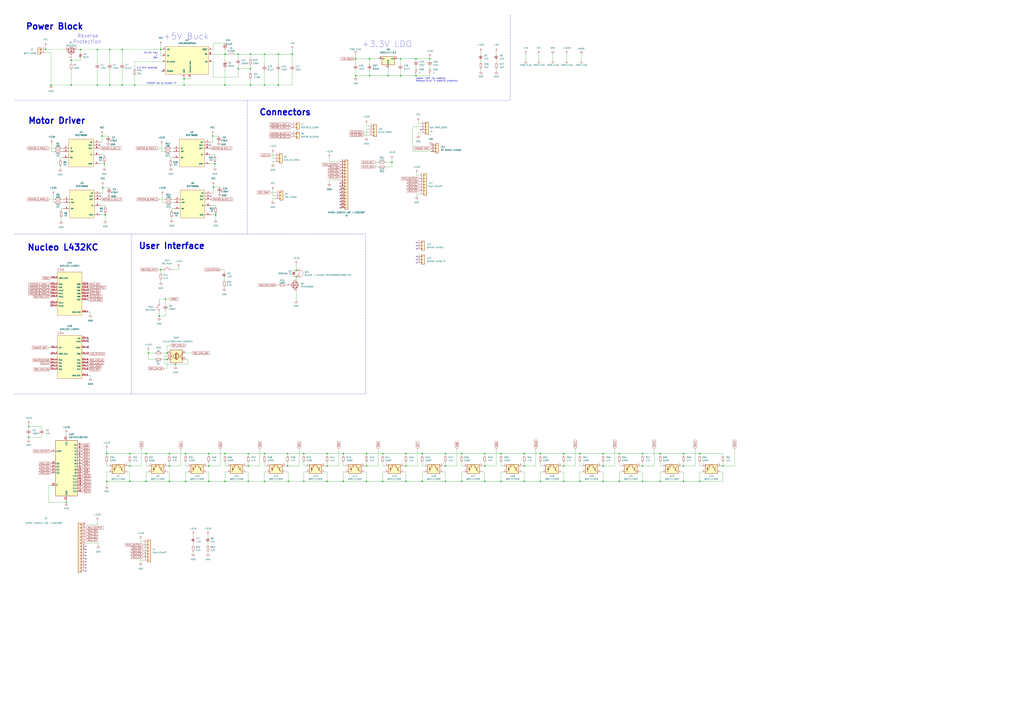
<source format=kicad_sch>
(kicad_sch (version 20211123) (generator eeschema)
  (paper "A1")
  (lib_symbols
    (symbol "74xx:CD74HC4067SM"
      (property "Reference" "U" (at -8.89 22.86 0))
      (property "Value" "CD74HC4067SM" (at 1.27 22.86 0))
      (symbol "CD74HC4067SM_1_1"
        (pin passive line (at -12.7 12.7 0) (length 3.81) (name "COM") (number "1"))
        (pin input line (at -12.7 2.54 0) (length 3.81) (name "S0") (number "10"))
        (pin input line (at -12.7 0 0) (length 3.81) (name "S1") (number "11"))
        (pin power_in line (at 0 -27.94 90) (length 3.81) (name "GND") (number "12"))
        (pin input line (at -12.7 -5.08 0) (length 3.81) (name "S3") (number "13"))
        (pin input line (at -12.7 -2.54 0) (length 3.81) (name "S2") (number "14"))
        (pin input line (at -12.7 -15.24 0) (length 3.81) (name "~{E}") (number "15"))
        (pin passive line (at 12.7 -20.32 180) (length 3.81) (name "I15") (number "16"))
        (pin passive line (at 12.7 -17.78 180) (length 3.81) (name "I14") (number "17"))
        (pin passive line (at 12.7 -15.24 180) (length 3.81) (name "I13") (number "18"))
        (pin passive line (at 12.7 -12.7 180) (length 3.81) (name "I12") (number "19"))
        (pin passive line (at 12.7 0 180) (length 3.81) (name "I7") (number "2"))
        (pin passive line (at 12.7 -10.16 180) (length 3.81) (name "I11") (number "20"))
        (pin passive line (at 12.7 -7.62 180) (length 3.81) (name "I10") (number "21"))
        (pin passive line (at 12.7 -5.08 180) (length 3.81) (name "I9") (number "22"))
        (pin passive line (at 12.7 -2.54 180) (length 3.81) (name "I8") (number "23"))
        (pin power_in line (at 0 25.4 270) (length 3.81) (name "VCC") (number "24"))
        (pin passive line (at 12.7 2.54 180) (length 3.81) (name "I6") (number "3"))
        (pin passive line (at 12.7 5.08 180) (length 3.81) (name "I5") (number "4"))
        (pin passive line (at 12.7 7.62 180) (length 3.81) (name "I4") (number "5"))
        (pin passive line (at 12.7 10.16 180) (length 3.81) (name "I3") (number "6"))
        (pin passive line (at 12.7 12.7 180) (length 3.81) (name "I2") (number "7"))
        (pin passive line (at 12.7 15.24 180) (length 3.81) (name "I1") (number "8"))
        (pin passive line (at 12.7 17.78 180) (length 3.81) (name "I0") (number "9"))
      )
    )
    (symbol "BTS7960B_2" (pin_names (offset 1.016))
      (property "Reference" "U" (at -10.16 10.922 0))
      (property "Value" "BTS7960B_2" (at -10.16 -15.24 0))
      (symbol "BTS7960B_2_0_0"
        (pin power_in line (at 15.24 -10.16 180) (length 5.08) (name "GND") (number "1"))
        (pin input line (at -15.24 2.54 0) (length 5.08) (name "IN") (number "2"))
        (pin input line (at -15.24 0 0) (length 5.08) (name "INH") (number "3"))
        (pin output line (at 15.24 5.08 180) (length 5.08) (name "OUT") (number "4"))
        (pin input line (at -15.24 -5.08 0) (length 5.08) (name "SR") (number "5"))
        (pin output line (at 15.24 -2.54 180) (length 5.08) (name "IS") (number "6"))
        (pin power_in line (at 15.24 7.62 180) (length 5.08) (name "VS") (number "7"))
        (pin output line (at 15.24 2.54 180) (length 5.08) (name "OUT") (number "8"))
      )
    )
    (symbol "Connector_Generic:Conn_01x02" (pin_names (offset 1.016) hide)
      (property "Reference" "J" (at 0 2.54 0))
      (property "Value" "Conn_01x02" (at 0 -5.08 0))
      (symbol "Conn_01x02_1_1"
        (pin passive line (at -5.08 0 0) (length 3.81) (name "Pin_1") (number "1"))
        (pin passive line (at -5.08 -2.54 0) (length 3.81) (name "Pin_2") (number "2"))
      )
    )
    (symbol "Connector_Generic:Conn_01x03" (pin_names (offset 1.016) hide)
      (property "Reference" "J" (at 0 5.08 0))
      (property "Value" "Conn_01x03" (at 0 -5.08 0))
      (symbol "Conn_01x03_1_1"
        (pin passive line (at -5.08 2.54 0) (length 3.81) (name "Pin_1") (number "1"))
        (pin passive line (at -5.08 0 0) (length 3.81) (name "Pin_2") (number "2"))
        (pin passive line (at -5.08 -2.54 0) (length 3.81) (name "Pin_3") (number "3"))
      )
    )
    (symbol "Connector_Generic:Conn_01x04" (pin_names (offset 1.016) hide)
      (property "Reference" "J" (at 0 5.08 0))
      (property "Value" "Conn_01x04" (at 0 -7.62 0))
      (symbol "Conn_01x04_1_1"
        (pin passive line (at -5.08 2.54 0) (length 3.81) (name "Pin_1") (number "1"))
        (pin passive line (at -5.08 0 0) (length 3.81) (name "Pin_2") (number "2"))
        (pin passive line (at -5.08 -2.54 0) (length 3.81) (name "Pin_3") (number "3"))
        (pin passive line (at -5.08 -5.08 0) (length 3.81) (name "Pin_4") (number "4"))
      )
    )
    (symbol "Connector_Generic:Conn_01x07" (pin_names (offset 1.016) hide)
      (property "Reference" "J" (at 0 10.16 0))
      (property "Value" "Conn_01x07" (at 0 -10.16 0))
      (symbol "Conn_01x07_1_1"
        (pin passive line (at -5.08 7.62 0) (length 3.81) (name "Pin_1") (number "1"))
        (pin passive line (at -5.08 5.08 0) (length 3.81) (name "Pin_2") (number "2"))
        (pin passive line (at -5.08 2.54 0) (length 3.81) (name "Pin_3") (number "3"))
        (pin passive line (at -5.08 0 0) (length 3.81) (name "Pin_4") (number "4"))
        (pin passive line (at -5.08 -2.54 0) (length 3.81) (name "Pin_5") (number "5"))
        (pin passive line (at -5.08 -5.08 0) (length 3.81) (name "Pin_6") (number "6"))
        (pin passive line (at -5.08 -7.62 0) (length 3.81) (name "Pin_7") (number "7"))
      )
    )
    (symbol "Connector_Generic:Conn_01x16" (pin_names (offset 1.016) hide)
      (property "Reference" "J" (at 0 20.32 0))
      (property "Value" "Conn_01x16" (at 0 -22.86 0))
      (symbol "Conn_01x16_1_1"
        (pin passive line (at -5.08 17.78 0) (length 3.81) (name "Pin_1") (number "1"))
        (pin passive line (at -5.08 -5.08 0) (length 3.81) (name "Pin_10") (number "10"))
        (pin passive line (at -5.08 -7.62 0) (length 3.81) (name "Pin_11") (number "11"))
        (pin passive line (at -5.08 -10.16 0) (length 3.81) (name "Pin_12") (number "12"))
        (pin passive line (at -5.08 -12.7 0) (length 3.81) (name "Pin_13") (number "13"))
        (pin passive line (at -5.08 -15.24 0) (length 3.81) (name "Pin_14") (number "14"))
        (pin passive line (at -5.08 -17.78 0) (length 3.81) (name "Pin_15") (number "15"))
        (pin passive line (at -5.08 -20.32 0) (length 3.81) (name "Pin_16") (number "16"))
        (pin passive line (at -5.08 15.24 0) (length 3.81) (name "Pin_2") (number "2"))
        (pin passive line (at -5.08 12.7 0) (length 3.81) (name "Pin_3") (number "3"))
        (pin passive line (at -5.08 10.16 0) (length 3.81) (name "Pin_4") (number "4"))
        (pin passive line (at -5.08 7.62 0) (length 3.81) (name "Pin_5") (number "5"))
        (pin passive line (at -5.08 5.08 0) (length 3.81) (name "Pin_6") (number "6"))
        (pin passive line (at -5.08 2.54 0) (length 3.81) (name "Pin_7") (number "7"))
        (pin passive line (at -5.08 0 0) (length 3.81) (name "Pin_8") (number "8"))
        (pin passive line (at -5.08 -2.54 0) (length 3.81) (name "Pin_9") (number "9"))
      )
    )
    (symbol "Device:Buzzer" (pin_names (offset 0.0254) hide)
      (property "Reference" "BZ" (at 3.81 1.27 0))
      (property "Value" "Buzzer" (at 3.81 -1.27 0))
      (symbol "Buzzer_1_1"
        (pin passive line (at -2.54 2.54 0) (length 2.54) (name "-") (number "1"))
        (pin passive line (at -2.54 -2.54 0) (length 2.54) (name "+") (number "2"))
      )
    )
    (symbol "Device:C_Small" (pin_numbers hide) (pin_names (offset 0.254) hide)
      (property "Reference" "C" (at 0.254 1.778 0))
      (property "Value" "C_Small" (at 0.254 -2.032 0))
      (symbol "C_Small_1_1"
        (pin passive line (at 0 2.54 270) (length 2.032) (name "~") (number "1"))
        (pin passive line (at 0 -2.54 90) (length 2.032) (name "~") (number "2"))
      )
    )
    (symbol "Device:D_Schottky" (pin_numbers hide) (pin_names (offset 1.016) hide)
      (property "Reference" "D" (at 0 2.54 0))
      (property "Value" "D_Schottky" (at 0 -2.54 0))
      (symbol "D_Schottky_1_1"
        (pin passive line (at -3.81 0 0) (length 2.54) (name "K") (number "1"))
        (pin passive line (at 3.81 0 180) (length 2.54) (name "A") (number "2"))
      )
    )
    (symbol "Device:D_Schottky_Small" (pin_numbers hide) (pin_names (offset 0.254) hide)
      (property "Reference" "D" (at -1.27 2.032 0))
      (property "Value" "D_Schottky_Small" (at -7.112 -2.032 0))
      (symbol "D_Schottky_Small_1_1"
        (pin passive line (at -2.54 0 0) (length 1.778) (name "K") (number "1"))
        (pin passive line (at 2.54 0 180) (length 1.778) (name "A") (number "2"))
      )
    )
    (symbol "Device:D_Zener_Small" (pin_numbers hide) (pin_names (offset 0.254) hide)
      (property "Reference" "D" (at 0 2.286 0))
      (property "Value" "D_Zener_Small" (at 0 -2.286 0))
      (symbol "D_Zener_Small_1_1"
        (pin passive line (at -2.54 0 0) (length 1.778) (name "K") (number "1"))
        (pin passive line (at 2.54 0 180) (length 1.778) (name "A") (number "2"))
      )
    )
    (symbol "Device:LED_Small" (pin_numbers hide) (pin_names (offset 0.254) hide)
      (property "Reference" "D" (at -1.27 3.175 0))
      (property "Value" "LED_Small" (at -4.445 -2.54 0))
      (symbol "LED_Small_1_1"
        (pin passive line (at -2.54 0 0) (length 1.778) (name "K") (number "1"))
        (pin passive line (at 2.54 0 180) (length 1.778) (name "A") (number "2"))
      )
    )
    (symbol "Device:L_Small" (pin_numbers hide) (pin_names (offset 0.254) hide)
      (property "Reference" "L" (at 0.762 1.016 0))
      (property "Value" "L_Small" (at 0.762 -1.016 0))
      (symbol "L_Small_1_1"
        (pin passive line (at 0 2.54 270) (length 0.508) (name "~") (number "1"))
        (pin passive line (at 0 -2.54 90) (length 0.508) (name "~") (number "2"))
      )
    )
    (symbol "Device:Q_PMOS_GSD" (pin_names (offset 0) hide)
      (property "Reference" "Q" (at 5.08 1.27 0))
      (property "Value" "Q_PMOS_GSD" (at 5.08 -1.27 0))
      (symbol "Q_PMOS_GSD_1_1"
        (pin input line (at -5.08 0 0) (length 2.54) (name "G") (number "1"))
        (pin passive line (at 2.54 -5.08 90) (length 2.54) (name "S") (number "2"))
        (pin passive line (at 2.54 5.08 270) (length 2.54) (name "D") (number "3"))
      )
    )
    (symbol "Device:R_Small" (pin_numbers hide) (pin_names (offset 0.254) hide)
      (property "Reference" "R" (at 0.762 0.508 0))
      (property "Value" "R_Small" (at 0.762 -1.016 0))
      (symbol "R_Small_1_1"
        (pin passive line (at 0 2.54 270) (length 0.762) (name "~") (number "1"))
        (pin passive line (at 0 -2.54 90) (length 0.762) (name "~") (number "2"))
      )
    )
    (symbol "Device:R_Small_US" (pin_numbers hide) (pin_names (offset 0.254) hide)
      (property "Reference" "R" (at 0.762 0.508 0))
      (property "Value" "R_Small_US" (at 0.762 -1.016 0))
      (symbol "R_Small_US_1_1"
        (pin passive line (at 0 2.54 270) (length 1.016) (name "~") (number "1"))
        (pin passive line (at 0 -2.54 90) (length 1.016) (name "~") (number "2"))
      )
    )
    (symbol "Device:RotaryEncoder_Switch" (pin_names (offset 0.254) hide)
      (property "Reference" "SW" (at 0 6.604 0))
      (property "Value" "RotaryEncoder_Switch" (at 0 -6.604 0))
      (symbol "RotaryEncoder_Switch_1_1"
        (pin passive line (at -7.62 2.54 0) (length 2.54) (name "A") (number "A"))
        (pin passive line (at -7.62 -2.54 0) (length 2.54) (name "B") (number "B"))
        (pin passive line (at -7.62 0 0) (length 2.54) (name "C") (number "C"))
        (pin passive line (at 7.62 2.54 180) (length 2.54) (name "S1") (number "S1"))
        (pin passive line (at 7.62 -2.54 180) (length 2.54) (name "S2") (number "S2"))
      )
    )
    (symbol "NUCLEO-L432KC:NUCLEO-L432KC" (pin_names (offset 1.016))
      (property "Reference" "U" (at -10.16 21.082 0))
      (property "Value" "NUCLEO-L432KC" (at -10.16 -20.32 0))
      (symbol "NUCLEO-L432KC_1_0"
        (text "CN3" (at -10.16 18.542 0) (effects (font (size 1.778 1.778)) (justify left bottom)))
        (pin bidirectional line (at -15.24 5.08 0) (length 5.08) (name "PA9") (number "CN3_1"))
        (pin bidirectional line (at -15.24 -7.62 0) (length 5.08) (name "PC14") (number "CN3_10"))
        (pin bidirectional line (at -15.24 -10.16 0) (length 5.08) (name "PC15") (number "CN3_11"))
        (pin bidirectional line (at -15.24 7.62 0) (length 5.08) (name "PA8") (number "CN3_12"))
        (pin bidirectional line (at -15.24 0 0) (length 5.08) (name "PA11") (number "CN3_13"))
        (pin bidirectional line (at 15.24 0 180) (length 5.08) (name "PB5") (number "CN3_14"))
        (pin bidirectional line (at 15.24 2.54 180) (length 5.08) (name "PB4") (number "CN3_15"))
        (pin bidirectional line (at -15.24 2.54 0) (length 5.08) (name "PA10") (number "CN3_2"))
        (pin bidirectional line (at -15.24 12.7 0) (length 5.08) (name "NRST_CN3") (number "CN3_3"))
        (pin power_in line (at 15.24 -15.24 180) (length 5.08) (name "GND_CN3") (number "CN3_4"))
        (pin bidirectional line (at -15.24 -2.54 0) (length 5.08) (name "PA12") (number "CN3_5"))
        (pin bidirectional line (at 15.24 7.62 180) (length 5.08) (name "PB0") (number "CN3_6"))
        (pin bidirectional line (at 15.24 -5.08 180) (length 5.08) (name "PB7") (number "CN3_7"))
        (pin bidirectional line (at 15.24 -2.54 180) (length 5.08) (name "PB6") (number "CN3_8"))
        (pin bidirectional line (at 15.24 5.08 180) (length 5.08) (name "PB1") (number "CN3_9"))
      )
      (symbol "NUCLEO-L432KC_2_0"
        (text "CN4" (at -10.16 18.542 0) (effects (font (size 1.778 1.778)) (justify left bottom)))
        (pin input line (at -15.24 7.62 0) (length 5.08) (name "VIN") (number "CN4_1"))
        (pin bidirectional line (at -15.24 -10.16 0) (length 5.08) (name "PA3") (number "CN4_10"))
        (pin bidirectional line (at -15.24 -5.08 0) (length 5.08) (name "PA1") (number "CN4_11"))
        (pin bidirectional line (at -15.24 -2.54 0) (length 5.08) (name "PA0") (number "CN4_12"))
        (pin bidirectional line (at 15.24 7.62 180) (length 5.08) (name "AREF") (number "CN4_13"))
        (pin power_in line (at 15.24 12.7 180) (length 5.08) (name "+3V3") (number "CN4_14"))
        (pin bidirectional line (at 15.24 2.54 180) (length 5.08) (name "PB3") (number "CN4_15"))
        (pin power_in line (at 15.24 -15.24 180) (length 5.08) (name "GND_CN4") (number "CN4_2"))
        (pin bidirectional line (at -15.24 2.54 0) (length 5.08) (name "NRST_CN4") (number "CN4_3"))
        (pin power_in line (at 15.24 15.24 180) (length 5.08) (name "+5V") (number "CN4_4"))
        (pin bidirectional line (at -15.24 -7.62 0) (length 5.08) (name "PA2") (number "CN4_5"))
        (pin bidirectional line (at 15.24 -10.16 180) (length 5.08) (name "PA7") (number "CN4_6"))
        (pin bidirectional line (at 15.24 -7.62 180) (length 5.08) (name "PA6") (number "CN4_7"))
        (pin bidirectional line (at 15.24 -5.08 180) (length 5.08) (name "PA5") (number "CN4_8"))
        (pin bidirectional line (at 15.24 -2.54 180) (length 5.08) (name "PA4") (number "CN4_9"))
      )
    )
    (symbol "NUCLEO-L432KC_1" (pin_names (offset 1.016))
      (property "Reference" "U1" (at 0 25.4 0))
      (property "Value" "NUCLEO-L432KC" (at 0 22.86 0))
      (symbol "NUCLEO-L432KC_1_1_0"
        (text "CN3" (at -10.16 18.542 0) (effects (font (size 1.778 1.778)) (justify left bottom)))
        (pin bidirectional line (at -15.24 5.08 0) (length 5.08) (name "PA9") (number "CN3_1"))
        (pin bidirectional line (at -15.24 -7.62 0) (length 5.08) (name "PC14") (number "CN3_10"))
        (pin bidirectional line (at -15.24 -10.16 0) (length 5.08) (name "PC15") (number "CN3_11"))
        (pin bidirectional line (at -15.24 7.62 0) (length 5.08) (name "PA8") (number "CN3_12"))
        (pin bidirectional line (at -15.24 0 0) (length 5.08) (name "PA11") (number "CN3_13"))
        (pin bidirectional line (at 15.24 0 180) (length 5.08) (name "PB5") (number "CN3_14"))
        (pin bidirectional line (at 15.24 2.54 180) (length 5.08) (name "PB4") (number "CN3_15"))
        (pin bidirectional line (at -15.24 2.54 0) (length 5.08) (name "PA10") (number "CN3_2"))
        (pin bidirectional line (at -15.24 12.7 0) (length 5.08) (name "NRST_CN3") (number "CN3_3"))
        (pin power_in line (at 15.24 -15.24 180) (length 5.08) (name "GND_CN3") (number "CN3_4"))
        (pin bidirectional line (at -15.24 -2.54 0) (length 5.08) (name "PA12") (number "CN3_5"))
        (pin bidirectional line (at 15.24 7.62 180) (length 5.08) (name "PB0") (number "CN3_6"))
        (pin bidirectional line (at 15.24 -5.08 180) (length 5.08) (name "PB7") (number "CN3_7"))
        (pin bidirectional line (at 15.24 -2.54 180) (length 5.08) (name "PB6") (number "CN3_8"))
        (pin bidirectional line (at 15.24 5.08 180) (length 5.08) (name "PB1") (number "CN3_9"))
      )
      (symbol "NUCLEO-L432KC_1_2_0"
        (text "CN4" (at -10.16 18.542 0) (effects (font (size 1.778 1.778)) (justify left bottom)))
        (pin input line (at -15.24 7.62 0) (length 5.08) (name "VIN") (number "CN4_1"))
        (pin input line (at -15.24 -10.16 0) (length 5.08) (name "PA3") (number "CN4_10"))
        (pin bidirectional line (at -15.24 -5.08 0) (length 5.08) (name "PA1") (number "CN4_11"))
        (pin bidirectional line (at -15.24 -2.54 0) (length 5.08) (name "PA0") (number "CN4_12"))
        (pin bidirectional line (at 15.24 7.62 180) (length 5.08) (name "AREF") (number "CN4_13"))
        (pin bidirectional line (at 15.24 12.7 180) (length 5.08) (name "+3V3") (number "CN4_14"))
        (pin bidirectional line (at 15.24 2.54 180) (length 5.08) (name "PB3") (number "CN4_15"))
        (pin power_in line (at 15.24 -15.24 180) (length 5.08) (name "GND_CN4") (number "CN4_2"))
        (pin bidirectional line (at -15.24 2.54 0) (length 5.08) (name "NRST_CN4") (number "CN4_3"))
        (pin bidirectional line (at 15.24 15.24 180) (length 5.08) (name "+5V") (number "CN4_4"))
        (pin bidirectional line (at -15.24 -7.62 0) (length 5.08) (name "PA2") (number "CN4_5"))
        (pin bidirectional line (at 15.24 -10.16 180) (length 5.08) (name "PA7") (number "CN4_6"))
        (pin bidirectional line (at 15.24 -7.62 180) (length 5.08) (name "PA6") (number "CN4_7"))
        (pin bidirectional line (at 15.24 -5.08 180) (length 5.08) (name "PA5") (number "CN4_8"))
        (pin bidirectional line (at 15.24 -2.54 180) (length 5.08) (name "PA4") (number "CN4_9"))
      )
    )
    (symbol "QRE1113GR_10" (pin_names (offset 0.0254) hide)
      (property "Reference" "U" (at -3.81 5.08 0))
      (property "Value" "QRE1113GR_10" (at 11.43 5.08 0))
      (symbol "QRE1113GR_10_1_1"
        (pin passive line (at -7.62 2.54 0) (length 2.54) (name "A") (number "1"))
        (pin passive line (at -7.62 -2.54 0) (length 2.54) (name "K") (number "2"))
        (pin open_collector line (at 7.62 2.54 180) (length 2.54) (name "~") (number "3"))
        (pin passive line (at 7.62 -2.54 180) (length 2.54) (name "~") (number "4"))
      )
    )
    (symbol "QRE1113GR_11" (pin_names (offset 0.0254) hide)
      (property "Reference" "U" (at -3.81 5.08 0))
      (property "Value" "QRE1113GR_11" (at 11.43 5.08 0))
      (symbol "QRE1113GR_11_1_1"
        (pin passive line (at -7.62 2.54 0) (length 2.54) (name "A") (number "1"))
        (pin passive line (at -7.62 -2.54 0) (length 2.54) (name "K") (number "2"))
        (pin open_collector line (at 7.62 2.54 180) (length 2.54) (name "~") (number "3"))
        (pin passive line (at 7.62 -2.54 180) (length 2.54) (name "~") (number "4"))
      )
    )
    (symbol "QRE1113GR_12" (pin_names (offset 0.0254) hide)
      (property "Reference" "U" (at -3.81 5.08 0))
      (property "Value" "QRE1113GR_12" (at 11.43 5.08 0))
      (symbol "QRE1113GR_12_1_1"
        (pin passive line (at -7.62 2.54 0) (length 2.54) (name "A") (number "1"))
        (pin passive line (at -7.62 -2.54 0) (length 2.54) (name "K") (number "2"))
        (pin open_collector line (at 7.62 2.54 180) (length 2.54) (name "~") (number "3"))
        (pin passive line (at 7.62 -2.54 180) (length 2.54) (name "~") (number "4"))
      )
    )
    (symbol "QRE1113GR_13" (pin_names (offset 0.0254) hide)
      (property "Reference" "U" (at -3.81 5.08 0))
      (property "Value" "QRE1113GR_13" (at 11.43 5.08 0))
      (symbol "QRE1113GR_13_1_1"
        (pin passive line (at -7.62 2.54 0) (length 2.54) (name "A") (number "1"))
        (pin passive line (at -7.62 -2.54 0) (length 2.54) (name "K") (number "2"))
        (pin open_collector line (at 7.62 2.54 180) (length 2.54) (name "~") (number "3"))
        (pin passive line (at 7.62 -2.54 180) (length 2.54) (name "~") (number "4"))
      )
    )
    (symbol "QRE1113GR_14" (pin_names (offset 0.0254) hide)
      (property "Reference" "U" (at -3.81 5.08 0))
      (property "Value" "QRE1113GR_14" (at 11.43 5.08 0))
      (symbol "QRE1113GR_14_1_1"
        (pin passive line (at -7.62 2.54 0) (length 2.54) (name "A") (number "1"))
        (pin passive line (at -7.62 -2.54 0) (length 2.54) (name "K") (number "2"))
        (pin open_collector line (at 7.62 2.54 180) (length 2.54) (name "~") (number "3"))
        (pin passive line (at 7.62 -2.54 180) (length 2.54) (name "~") (number "4"))
      )
    )
    (symbol "QRE1113GR_15" (pin_names (offset 0.0254) hide)
      (property "Reference" "U" (at -3.81 5.08 0))
      (property "Value" "QRE1113GR_15" (at 11.43 5.08 0))
      (symbol "QRE1113GR_15_1_1"
        (pin passive line (at -7.62 2.54 0) (length 2.54) (name "A") (number "1"))
        (pin passive line (at -7.62 -2.54 0) (length 2.54) (name "K") (number "2"))
        (pin open_collector line (at 7.62 2.54 180) (length 2.54) (name "~") (number "3"))
        (pin passive line (at 7.62 -2.54 180) (length 2.54) (name "~") (number "4"))
      )
    )
    (symbol "QRE1113GR_3" (pin_names (offset 0.0254) hide)
      (property "Reference" "U" (at -3.81 5.08 0))
      (property "Value" "QRE1113GR_3" (at 11.43 5.08 0))
      (symbol "QRE1113GR_3_1_1"
        (pin passive line (at -7.62 2.54 0) (length 2.54) (name "A") (number "1"))
        (pin passive line (at -7.62 -2.54 0) (length 2.54) (name "K") (number "2"))
        (pin open_collector line (at 7.62 2.54 180) (length 2.54) (name "~") (number "3"))
        (pin passive line (at 7.62 -2.54 180) (length 2.54) (name "~") (number "4"))
      )
    )
    (symbol "QRE1113GR_4" (pin_names (offset 0.0254) hide)
      (property "Reference" "U" (at -3.81 5.08 0))
      (property "Value" "QRE1113GR_4" (at 11.43 5.08 0))
      (symbol "QRE1113GR_4_1_1"
        (pin passive line (at -7.62 2.54 0) (length 2.54) (name "A") (number "1"))
        (pin passive line (at -7.62 -2.54 0) (length 2.54) (name "K") (number "2"))
        (pin open_collector line (at 7.62 2.54 180) (length 2.54) (name "~") (number "3"))
        (pin passive line (at 7.62 -2.54 180) (length 2.54) (name "~") (number "4"))
      )
    )
    (symbol "QRE1113GR_5" (pin_names (offset 0.0254) hide)
      (property "Reference" "U" (at -3.81 5.08 0))
      (property "Value" "QRE1113GR_5" (at 11.43 5.08 0))
      (symbol "QRE1113GR_5_1_1"
        (pin passive line (at -7.62 2.54 0) (length 2.54) (name "A") (number "1"))
        (pin passive line (at -7.62 -2.54 0) (length 2.54) (name "K") (number "2"))
        (pin open_collector line (at 7.62 2.54 180) (length 2.54) (name "~") (number "3"))
        (pin passive line (at 7.62 -2.54 180) (length 2.54) (name "~") (number "4"))
      )
    )
    (symbol "QRE1113GR_6" (pin_names (offset 0.0254) hide)
      (property "Reference" "U" (at -3.81 5.08 0))
      (property "Value" "QRE1113GR_6" (at 11.43 5.08 0))
      (symbol "QRE1113GR_6_1_1"
        (pin passive line (at -7.62 2.54 0) (length 2.54) (name "A") (number "1"))
        (pin passive line (at -7.62 -2.54 0) (length 2.54) (name "K") (number "2"))
        (pin open_collector line (at 7.62 2.54 180) (length 2.54) (name "~") (number "3"))
        (pin passive line (at 7.62 -2.54 180) (length 2.54) (name "~") (number "4"))
      )
    )
    (symbol "QRE1113GR_7" (pin_names (offset 0.0254) hide)
      (property "Reference" "U" (at -3.81 5.08 0))
      (property "Value" "QRE1113GR_7" (at 11.43 5.08 0))
      (symbol "QRE1113GR_7_1_1"
        (pin passive line (at -7.62 2.54 0) (length 2.54) (name "A") (number "1"))
        (pin passive line (at -7.62 -2.54 0) (length 2.54) (name "K") (number "2"))
        (pin open_collector line (at 7.62 2.54 180) (length 2.54) (name "~") (number "3"))
        (pin passive line (at 7.62 -2.54 180) (length 2.54) (name "~") (number "4"))
      )
    )
    (symbol "QRE1113GR_8" (pin_names (offset 0.0254) hide)
      (property "Reference" "U" (at -3.81 5.08 0))
      (property "Value" "QRE1113GR_8" (at 11.43 5.08 0))
      (symbol "QRE1113GR_8_1_1"
        (pin passive line (at -7.62 2.54 0) (length 2.54) (name "A") (number "1"))
        (pin passive line (at -7.62 -2.54 0) (length 2.54) (name "K") (number "2"))
        (pin open_collector line (at 7.62 2.54 180) (length 2.54) (name "~") (number "3"))
        (pin passive line (at 7.62 -2.54 180) (length 2.54) (name "~") (number "4"))
      )
    )
    (symbol "QRE1113GR_9" (pin_names (offset 0.0254) hide)
      (property "Reference" "U" (at -3.81 5.08 0))
      (property "Value" "QRE1113GR_9" (at 11.43 5.08 0))
      (symbol "QRE1113GR_9_1_1"
        (pin passive line (at -7.62 2.54 0) (length 2.54) (name "A") (number "1"))
        (pin passive line (at -7.62 -2.54 0) (length 2.54) (name "K") (number "2"))
        (pin open_collector line (at 7.62 2.54 180) (length 2.54) (name "~") (number "3"))
        (pin passive line (at 7.62 -2.54 180) (length 2.54) (name "~") (number "4"))
      )
    )
    (symbol "Regulator_Linear:AMS1117-3.3" (pin_names (offset 0.254))
      (property "Reference" "U" (at -3.81 3.175 0))
      (property "Value" "AMS1117-3.3" (at 0 3.175 0))
      (symbol "AMS1117-3.3_1_1"
        (pin power_in line (at 0 -7.62 90) (length 2.54) (name "GND") (number "1"))
        (pin power_out line (at 7.62 0 180) (length 2.54) (name "VO") (number "2"))
        (pin power_in line (at -7.62 0 0) (length 2.54) (name "VI") (number "3"))
      )
    )
    (symbol "Sensor_Proximity:QRE1113GR" (pin_names (offset 0.0254) hide)
      (property "Reference" "U" (at -3.81 5.08 0))
      (property "Value" "QRE1113GR" (at 11.43 5.08 0))
      (symbol "QRE1113GR_1_1"
        (pin passive line (at -7.62 2.54 0) (length 2.54) (name "A") (number "1"))
        (pin passive line (at -7.62 -2.54 0) (length 2.54) (name "K") (number "2"))
        (pin open_collector line (at 7.62 2.54 180) (length 2.54) (name "~") (number "3"))
        (pin passive line (at 7.62 -2.54 180) (length 2.54) (name "~") (number "4"))
      )
    )
    (symbol "Simple_Embedded_PCB:LMR16020PDDA" (pin_names (offset 1.016))
      (property "Reference" "U2" (at 22.86 7.62 0))
      (property "Value" "LMR16020PDDA" (at 22.86 5.08 0))
      (symbol "LMR16020PDDA_1_1"
        (pin input line (at 43.18 0 180) (length 2.54) (name "BOOT") (number "1"))
        (pin power_in line (at 2.54 0 0) (length 2.54) (name "VIN") (number "2"))
        (pin passive line (at 2.54 -5.08 0) (length 2.54) (name "EN") (number "3"))
        (pin passive line (at 2.54 -10.16 0) (length 2.54) (name "RT/SYNC") (number "4"))
        (pin passive line (at 43.18 -10.16 180) (length 2.54) (name "FB") (number "5"))
        (pin passive line (at 2.54 -17.78 0) (length 2.54) (name "PGOOD") (number "6"))
        (pin power_in line (at 20.32 -22.86 90) (length 2.54) (name "GND") (number "7"))
        (pin power_out line (at 43.18 -3.81 180) (length 2.54) (name "SW") (number "8"))
        (pin power_in line (at 25.4 -22.86 90) (length 2.54) (name "Thermal_Pad") (number "9"))
      )
    )
    (symbol "Switch:SW_Push" (pin_numbers hide) (pin_names (offset 1.016) hide)
      (property "Reference" "SW" (at 1.27 2.54 0))
      (property "Value" "SW_Push" (at 0 -1.524 0))
      (symbol "SW_Push_0_1"
        (pin passive line (at -5.08 0 0) (length 2.54) (name "1") (number "1"))
        (pin passive line (at 5.08 0 180) (length 2.54) (name "2") (number "2"))
      )
    )
    (symbol "Transistor_FET:IRLML0030" (pin_names hide)
      (property "Reference" "Q" (at 5.08 1.905 0))
      (property "Value" "IRLML0030" (at 5.08 0 0))
      (symbol "IRLML0030_1_1"
        (pin input line (at -5.08 0 0) (length 2.54) (name "G") (number "1"))
        (pin passive line (at 2.54 -5.08 90) (length 2.54) (name "S") (number "2"))
        (pin passive line (at 2.54 5.08 270) (length 2.54) (name "D") (number "3"))
      )
    )
    (symbol "power:+3.3V" (power) (pin_names (offset 0))
      (property "Value" "+3.3V" (at 0 3.556 0))
      (symbol "+3.3V_1_1"
        (pin power_in line (at 0 0 90) (length 0) hide (name "+3.3V") (number "1"))
      )
    )
    (symbol "power:+3.3VA" (power) (pin_names (offset 0))
      (property "Value" "+3.3VA" (at 0 3.556 0))
      (symbol "+3.3VA_1_1"
        (pin power_in line (at 0 0 90) (length 0) hide (name "+3.3VA") (number "1"))
      )
    )
    (symbol "power:+5V" (power) (pin_names (offset 0))
      (property "Value" "+5V" (at 0 3.556 0))
      (symbol "+5V_1_1"
        (pin power_in line (at 0 0 90) (length 0) hide (name "+5V") (number "1"))
      )
    )
    (symbol "power:GND" (power) (pin_names (offset 0))
      (property "Value" "GND" (at 0 -3.81 0))
      (symbol "GND_1_1"
        (pin power_in line (at 0 0 270) (length 0) hide (name "GND") (number "1"))
      )
    )
    (symbol "power:GNDA" (power) (pin_names (offset 0))
      (property "Value" "GNDA" (at 0 -3.81 0))
      (symbol "GNDA_1_1"
        (pin power_in line (at 0 0 270) (length 0) hide (name "GNDA") (number "1"))
      )
    )
    (symbol "power:PWR_FLAG" (power) (pin_numbers hide) (pin_names (offset 0) hide)
      (property "Value" "PWR_FLAG" (at 0 3.81 0))
      (symbol "PWR_FLAG_0_0"
        (pin power_out line (at 0 0 90) (length 0) (name "pwr") (number "1"))
      )
    )
    (symbol "power:VCC" (power) (pin_names (offset 0))
      (property "Value" "VCC" (at 0 3.81 0))
      (symbol "VCC_1_1"
        (pin power_in line (at 0 0 90) (length 0) hide (name "VCC") (number "1"))
      )
    )
  )
  (junction (at 184.785 372.745))
  (junction (at 300.99 382.905))
  (junction (at 23.495 350.52))
  (junction (at 205.74 56.515))
  (junction (at 100.33 69.85))
  (junction (at 106.68 395.605))
  (junction (at 184.785 69.85))
  (junction (at 561.34 382.905))
  (junction (at 87.63 372.745))
  (junction (at 495.3 372.745))
  (junction (at 333.375 382.905))
  (junction (at 106.68 382.905))
  (junction (at 83.82 111.76))
  (junction (at 341.63 48.26))
  (junction (at 121.92 290.195))
  (junction (at 203.835 382.905))
  (junction (at 217.17 69.85))
  (junction (at 58.42 69.85))
  (junction (at 217.17 372.745))
  (junction (at 411.48 395.605))
  (junction (at 476.25 395.605))
  (junction (at 268.605 382.905))
  (junction (at 100.33 40.64))
  (junction (at 398.145 382.905))
  (junction (at 328.93 48.26))
  (junction (at 281.94 372.745))
  (junction (at 90.17 69.85))
  (junction (at 171.45 382.905))
  (junction (at 84.455 154.305))
  (junction (at 365.76 382.905))
  (junction (at 574.675 372.745))
  (junction (at 542.29 372.745))
  (junction (at 346.71 372.745))
  (junction (at 314.325 395.605))
  (junction (at 268.605 395.605))
  (junction (at 132.08 221.615))
  (junction (at 527.685 382.905))
  (junction (at 341.63 62.23))
  (junction (at 87.63 395.605))
  (junction (at 174.625 111.76))
  (junction (at 527.685 395.605))
  (junction (at 135.89 245.745))
  (junction (at 527.685 372.745))
  (junction (at 574.675 395.605))
  (junction (at 462.915 395.605))
  (junction (at 236.855 395.605))
  (junction (at 217.17 395.605))
  (junction (at 333.375 395.605))
  (junction (at 151.13 69.85))
  (junction (at 495.3 382.905))
  (junction (at 476.25 372.745))
  (junction (at 90.17 40.64))
  (junction (at 195.58 56.515))
  (junction (at 462.915 372.745))
  (junction (at 593.725 382.905))
  (junction (at 495.3 395.605))
  (junction (at 292.1 62.23))
  (junction (at 508.635 372.745))
  (junction (at 132.08 40.64))
  (junction (at 430.53 372.745))
  (junction (at 184.785 395.605))
  (junction (at 177.165 176.53))
  (junction (at 281.94 395.605))
  (junction (at 303.53 48.26))
  (junction (at 203.835 372.745))
  (junction (at 54.61 412.75))
  (junction (at 328.93 62.23))
  (junction (at 58.42 49.53))
  (junction (at 443.865 395.605))
  (junction (at 398.145 395.605))
  (junction (at 268.605 372.745))
  (junction (at 86.36 176.53))
  (junction (at 110.49 69.85))
  (junction (at 249.555 372.745))
  (junction (at 321.945 133.35))
  (junction (at 243.205 222.25))
  (junction (at 80.01 69.85))
  (junction (at 139.065 395.605))
  (junction (at 561.34 372.745))
  (junction (at 23.495 359.41))
  (junction (at 152.4 395.605))
  (junction (at 303.53 62.23))
  (junction (at 243.205 227.33))
  (junction (at 151.13 64.77))
  (junction (at 171.45 372.745))
  (junction (at 120.015 372.745))
  (junction (at 152.4 372.745))
  (junction (at 365.76 395.605))
  (junction (at 411.48 372.745))
  (junction (at 365.76 372.745))
  (junction (at 137.16 295.275))
  (junction (at 130.81 259.715))
  (junction (at 398.145 372.745))
  (junction (at 314.325 372.745))
  (junction (at 80.01 40.64))
  (junction (at 175.26 153.67))
  (junction (at 171.45 395.605))
  (junction (at 144.145 299.085))
  (junction (at 41.91 69.85))
  (junction (at 430.53 395.605))
  (junction (at 249.555 395.605))
  (junction (at 176.53 134.62))
  (junction (at 379.095 372.745))
  (junction (at 300.99 395.605))
  (junction (at 236.22 372.745))
  (junction (at 292.1 48.26))
  (junction (at 508.635 395.605))
  (junction (at 37.465 40.64))
  (junction (at 353.06 48.26))
  (junction (at 228.6 44.45))
  (junction (at 195.58 44.45))
  (junction (at 106.68 372.745))
  (junction (at 205.74 69.85))
  (junction (at 184.785 44.45))
  (junction (at 542.29 395.605))
  (junction (at 203.835 395.605))
  (junction (at 430.53 382.905))
  (junction (at 120.015 395.605))
  (junction (at 561.34 395.605))
  (junction (at 318.77 62.23))
  (junction (at 217.17 44.45))
  (junction (at 205.74 44.45))
  (junction (at 462.915 382.905))
  (junction (at 139.065 372.745))
  (junction (at 66.04 40.64))
  (junction (at 85.725 134.62))
  (junction (at 443.865 372.745))
  (junction (at 333.375 372.745))
  (junction (at 228.6 69.85))
  (junction (at 346.71 395.605))
  (junction (at 240.03 44.45))
  (junction (at 137.16 290.195))
  (junction (at 139.065 382.905))
  (junction (at 379.095 395.605))
  (junction (at 300.99 372.745))
  (junction (at 236.22 382.905))
  (no_connect (at 72.39 285.75))
  (no_connect (at 342.265 210.82))
  (no_connect (at 70.485 469.265))
  (no_connect (at 41.91 248.92))
  (no_connect (at 279.4 165.735))
  (no_connect (at 41.91 300.99))
  (no_connect (at 279.4 170.815))
  (no_connect (at 342.265 213.36))
  (no_connect (at 70.485 459.105))
  (no_connect (at 70.485 466.725))
  (no_connect (at 70.485 461.645))
  (no_connect (at 72.39 280.67))
  (no_connect (at 72.39 278.13))
  (no_connect (at 279.4 155.575))
  (no_connect (at 345.44 106.68))
  (no_connect (at 133.35 58.42))
  (no_connect (at 279.4 168.275))
  (no_connect (at 70.485 448.945))
  (no_connect (at 279.4 150.495))
  (no_connect (at 172.72 119.38))
  (no_connect (at 279.4 163.195))
  (no_connect (at 279.4 153.035))
  (no_connect (at 70.485 454.025))
  (no_connect (at 342.265 199.39))
  (no_connect (at 82.55 161.29))
  (no_connect (at 173.355 161.29))
  (no_connect (at 342.265 204.47))
  (no_connect (at 41.91 251.46))
  (no_connect (at 342.265 215.9))
  (no_connect (at 279.4 160.655))
  (no_connect (at 70.485 464.185))
  (no_connect (at 41.91 290.83))
  (no_connect (at 70.485 456.565))
  (no_connect (at 70.485 451.485))
  (no_connect (at 279.4 158.115))
  (no_connect (at 342.265 201.93))
  (no_connect (at 81.915 119.38))
  (wire (pts (xy 100.33 40.64) (xy 100.33 52.07)))
  (wire (pts (xy 527.685 379.73) (xy 527.685 382.905)))
  (wire (pts (xy 139.065 379.73) (xy 139.065 382.905)))
  (polyline (pts (xy 300.355 323.85) (xy 300.355 192.405)))
  (wire (pts (xy 241.3 222.25) (xy 243.205 222.25)))
  (wire (pts (xy 328.93 62.23) (xy 318.77 62.23)))
  (wire (pts (xy 184.785 372.745) (xy 203.835 372.745)))
  (wire (pts (xy 333.375 395.605) (xy 333.375 387.985)))
  (wire (pts (xy 186.69 382.905) (xy 184.785 382.905)))
  (wire (pts (xy 379.095 395.605) (xy 398.145 395.605)))
  (wire (pts (xy 270.51 129.54) (xy 270.51 132.715)))
  (wire (pts (xy 300.99 382.905) (xy 299.085 382.905)))
  (wire (pts (xy 430.53 379.73) (xy 430.53 382.905)))
  (wire (pts (xy 120.015 372.745) (xy 139.065 372.745)))
  (wire (pts (xy 411.48 395.605) (xy 430.53 395.605)))
  (wire (pts (xy 314.325 387.985) (xy 316.23 387.985)))
  (wire (pts (xy 87.63 368.935) (xy 87.63 372.745)))
  (wire (pts (xy 292.1 44.45) (xy 292.1 48.26)))
  (wire (pts (xy 328.93 48.26) (xy 326.39 48.26)))
  (wire (pts (xy 66.04 49.53) (xy 58.42 49.53)))
  (wire (pts (xy 243.205 217.17) (xy 243.205 222.25)))
  (wire (pts (xy 140.335 124.46) (xy 142.24 124.46)))
  (wire (pts (xy 346.71 374.65) (xy 346.71 372.745)))
  (wire (pts (xy 89.535 382.905) (xy 87.63 382.905)))
  (wire (pts (xy 82.55 168.91) (xy 86.36 168.91)))
  (wire (pts (xy 23.495 350.52) (xy 23.495 352.425)))
  (wire (pts (xy 43.815 166.37) (xy 45.085 166.37)))
  (wire (pts (xy 318.77 62.23) (xy 303.53 62.23)))
  (wire (pts (xy 115.57 462.28) (xy 115.57 460.375)))
  (wire (pts (xy 593.725 387.985) (xy 591.82 387.985)))
  (wire (pts (xy 140.335 136.525) (xy 140.335 137.795)))
  (wire (pts (xy 175.26 35.56) (xy 184.785 35.56)))
  (wire (pts (xy 300.99 382.905) (xy 310.515 382.905)))
  (wire (pts (xy 152.4 387.985) (xy 154.305 387.985)))
  (wire (pts (xy 195.58 44.45) (xy 195.58 48.26)))
  (wire (pts (xy 365.76 395.605) (xy 379.095 395.605)))
  (polyline (pts (xy 12.065 82.55) (xy 393.7 82.55)))
  (wire (pts (xy 184.785 69.85) (xy 205.74 69.85)))
  (wire (pts (xy 236.22 372.745) (xy 236.22 374.65)))
  (wire (pts (xy 542.29 382.905) (xy 542.29 379.73)))
  (wire (pts (xy 462.915 382.905) (xy 461.01 382.905)))
  (wire (pts (xy 379.095 387.985) (xy 379.095 395.605)))
  (wire (pts (xy 45.085 121.92) (xy 40.64 121.92)))
  (wire (pts (xy 527.685 372.745) (xy 527.685 374.65)))
  (wire (pts (xy 365.76 395.605) (xy 365.76 387.985)))
  (wire (pts (xy 542.29 395.605) (xy 561.34 395.605)))
  (wire (pts (xy 302.895 106.045) (xy 300.99 106.045)))
  (wire (pts (xy 346.71 372.745) (xy 365.76 372.745)))
  (wire (pts (xy 561.34 387.985) (xy 559.435 387.985)))
  (wire (pts (xy 135.89 255.27) (xy 135.89 259.715)))
  (wire (pts (xy 544.195 382.905) (xy 542.29 382.905)))
  (wire (pts (xy 50.165 163.83) (xy 52.07 163.83)))
  (wire (pts (xy 398.145 379.73) (xy 398.145 382.905)))
  (wire (pts (xy 174.625 111.76) (xy 174.625 116.84)))
  (wire (pts (xy 146.685 219.71) (xy 146.685 221.615)))
  (wire (pts (xy 314.325 387.985) (xy 314.325 395.605)))
  (wire (pts (xy 154.305 299.085) (xy 144.145 299.085)))
  (wire (pts (xy 203.835 395.605) (xy 203.835 387.985)))
  (wire (pts (xy 184.785 44.45) (xy 187.325 44.45)))
  (wire (pts (xy 205.74 44.45) (xy 217.17 44.45)))
  (wire (pts (xy 281.94 382.905) (xy 281.94 379.73)))
  (wire (pts (xy 41.91 69.85) (xy 58.42 69.85)))
  (polyline (pts (xy 12.065 192.405) (xy 203.2 192.405)))
  (wire (pts (xy 152.4 372.745) (xy 171.45 372.745)))
  (wire (pts (xy 443.865 387.985) (xy 443.865 395.605)))
  (wire (pts (xy 121.92 382.905) (xy 120.015 382.905)))
  (wire (pts (xy 341.63 54.61) (xy 341.63 55.88)))
  (wire (pts (xy 203.835 379.73) (xy 203.835 382.905)))
  (wire (pts (xy 87.63 387.985) (xy 87.63 395.605)))
  (wire (pts (xy 40.005 285.75) (xy 41.91 285.75)))
  (wire (pts (xy 542.29 374.65) (xy 542.29 372.745)))
  (wire (pts (xy 175.26 50.8) (xy 173.99 50.8)))
  (wire (pts (xy 495.3 387.985) (xy 493.395 387.985)))
  (wire (pts (xy 106.68 382.905) (xy 116.205 382.905)))
  (wire (pts (xy 120.015 387.985) (xy 120.015 395.605)))
  (wire (pts (xy 348.615 382.905) (xy 346.71 382.905)))
  (wire (pts (xy 318.77 55.88) (xy 318.77 62.23)))
  (wire (pts (xy 195.58 63.5) (xy 195.58 56.515)))
  (wire (pts (xy 40.005 412.75) (xy 54.61 412.75)))
  (wire (pts (xy 353.695 124.46) (xy 339.09 124.46)))
  (wire (pts (xy 175.26 152.4) (xy 175.26 153.67)))
  (wire (pts (xy 321.945 130.81) (xy 321.945 133.35)))
  (wire (pts (xy 106.68 372.745) (xy 106.68 374.65)))
  (wire (pts (xy 135.255 292.735) (xy 137.16 292.735)))
  (wire (pts (xy 184.785 49.53) (xy 184.785 44.45)))
  (wire (pts (xy 476.25 372.745) (xy 495.3 372.745)))
  (wire (pts (xy 90.17 40.64) (xy 90.17 52.07)))
  (wire (pts (xy 398.145 382.905) (xy 396.24 382.905)))
  (wire (pts (xy 37.465 38.1) (xy 37.465 40.64)))
  (wire (pts (xy 154.305 382.905) (xy 152.4 382.905)))
  (wire (pts (xy 174.625 116.84) (xy 172.72 116.84)))
  (wire (pts (xy 54.61 412.75) (xy 54.61 411.48)))
  (wire (pts (xy 23.495 350.52) (xy 34.29 350.52)))
  (wire (pts (xy 171.45 395.605) (xy 171.45 387.985)))
  (wire (pts (xy 478.155 382.905) (xy 476.25 382.905)))
  (wire (pts (xy 84.455 152.4) (xy 84.455 154.305)))
  (wire (pts (xy 342.265 161.29) (xy 342.265 159.385)))
  (wire (pts (xy 130.81 247.65) (xy 130.81 245.745)))
  (wire (pts (xy 85.725 127) (xy 85.725 128.27)))
  (wire (pts (xy 176.53 127) (xy 176.53 128.27)))
  (wire (pts (xy 132.715 124.46) (xy 135.255 124.46)))
  (wire (pts (xy 508.635 387.985) (xy 508.635 395.605)))
  (wire (pts (xy 236.855 387.985) (xy 236.855 395.605)))
  (wire (pts (xy 281.94 387.985) (xy 283.845 387.985)))
  (wire (pts (xy 462.915 395.605) (xy 462.915 387.985)))
  (wire (pts (xy 300.99 101.6) (xy 300.99 103.505)))
  (wire (pts (xy 171.45 395.605) (xy 184.785 395.605)))
  (wire (pts (xy 574.675 387.985) (xy 576.58 387.985)))
  (wire (pts (xy 205.74 69.85) (xy 217.17 69.85)))
  (wire (pts (xy 561.34 382.905) (xy 570.865 382.905)))
  (wire (pts (xy 100.33 57.15) (xy 100.33 69.85)))
  (wire (pts (xy 106.68 395.605) (xy 120.015 395.605)))
  (wire (pts (xy 115.57 443.23) (xy 115.57 445.135)))
  (wire (pts (xy 314.325 374.65) (xy 314.325 372.745)))
  (wire (pts (xy 365.76 372.745) (xy 365.76 374.65)))
  (wire (pts (xy 300.99 372.745) (xy 300.99 374.65)))
  (wire (pts (xy 34.29 350.52) (xy 34.29 352.425)))
  (wire (pts (xy 333.375 372.745) (xy 346.71 372.745)))
  (wire (pts (xy 157.48 290.195) (xy 152.4 290.195)))
  (wire (pts (xy 83.82 110.49) (xy 83.82 111.76)))
  (wire (pts (xy 303.53 57.785) (xy 303.53 62.23)))
  (wire (pts (xy 83.82 111.76) (xy 88.9 111.76)))
  (wire (pts (xy 174.625 110.49) (xy 174.625 111.76)))
  (wire (pts (xy 314.325 395.605) (xy 333.375 395.605)))
  (wire (pts (xy 292.1 57.785) (xy 292.1 62.23)))
  (wire (pts (xy 120.015 382.905) (xy 120.015 379.73)))
  (wire (pts (xy 142.875 171.45) (xy 140.97 171.45)))
  (wire (pts (xy 411.48 387.985) (xy 411.48 395.605)))
  (wire (pts (xy 66.04 40.64) (xy 66.04 43.18)))
  (wire (pts (xy 328.93 62.23) (xy 341.63 62.23)))
  (wire (pts (xy 375.285 368.935) (xy 375.285 382.905)))
  (wire (pts (xy 346.71 387.985) (xy 346.71 395.605)))
  (wire (pts (xy 379.095 382.905) (xy 379.095 379.73)))
  (wire (pts (xy 87.63 374.65) (xy 87.63 372.745)))
  (wire (pts (xy 241.3 227.33) (xy 243.205 227.33)))
  (wire (pts (xy 158.75 439.42) (xy 158.75 441.325)))
  (wire (pts (xy 63.5 40.64) (xy 66.04 40.64)))
  (wire (pts (xy 173.355 176.53) (xy 177.165 176.53)))
  (wire (pts (xy 85.725 137.795) (xy 85.725 134.62)))
  (wire (pts (xy 205.74 56.515) (xy 205.74 59.69)))
  (wire (pts (xy 139.065 372.745) (xy 152.4 372.745)))
  (wire (pts (xy 84.455 154.305) (xy 84.455 158.75)))
  (wire (pts (xy 42.545 124.46) (xy 45.085 124.46)))
  (polyline (pts (xy 203.2 82.55) (xy 203.2 192.405)))
  (wire (pts (xy 527.685 382.905) (xy 525.78 382.905)))
  (wire (pts (xy 133.35 45.72) (xy 132.08 45.72)))
  (wire (pts (xy 203.835 372.745) (xy 217.17 372.745)))
  (wire (pts (xy 144.145 300.99) (xy 144.145 299.085)))
  (wire (pts (xy 508.635 395.605) (xy 527.685 395.605)))
  (wire (pts (xy 87.63 395.605) (xy 106.68 395.605)))
  (wire (pts (xy 130.81 260.985) (xy 130.81 259.715)))
  (wire (pts (xy 180.975 368.935) (xy 180.975 382.905)))
  (wire (pts (xy 106.68 382.905) (xy 104.775 382.905)))
  (wire (pts (xy 292.1 52.705) (xy 292.1 48.26)))
  (wire (pts (xy 74.295 308.61) (xy 72.39 308.61)))
  (wire (pts (xy 561.34 395.605) (xy 574.675 395.605)))
  (wire (pts (xy 175.26 63.5) (xy 175.26 50.8)))
  (wire (pts (xy 527.685 387.985) (xy 527.685 395.605)))
  (wire (pts (xy 132.08 36.83) (xy 132.08 40.64)))
  (wire (pts (xy 90.17 69.85) (xy 80.01 69.85)))
  (wire (pts (xy 184.15 228.6) (xy 184.15 230.505)))
  (wire (pts (xy 219.075 382.905) (xy 217.17 382.905)))
  (wire (pts (xy 411.48 387.985) (xy 413.385 387.985)))
  (wire (pts (xy 86.36 176.53) (xy 86.36 175.26)))
  (wire (pts (xy 243.205 239.395) (xy 243.205 247.015)))
  (wire (pts (xy 292.1 48.26) (xy 303.53 48.26)))
  (wire (pts (xy 430.53 382.905) (xy 440.055 382.905)))
  (wire (pts (xy 140.97 171.45) (xy 140.97 173.355)))
  (wire (pts (xy 236.22 379.73) (xy 236.22 382.905)))
  (wire (pts (xy 341.63 48.26) (xy 341.63 49.53)))
  (wire (pts (xy 132.08 231.775) (xy 132.08 229.87)))
  (wire (pts (xy 508.635 372.745) (xy 527.685 372.745)))
  (wire (pts (xy 49.53 136.525) (xy 49.53 138.43)))
  (wire (pts (xy 542.29 372.745) (xy 561.34 372.745)))
  (wire (pts (xy 203.835 382.905) (xy 201.93 382.905)))
  (wire (pts (xy 144.145 299.085) (xy 135.255 299.085)))
  (wire (pts (xy 171.45 382.905) (xy 169.545 382.905)))
  (wire (pts (xy 495.3 395.605) (xy 495.3 387.985)))
  (wire (pts (xy 132.08 45.72) (xy 132.08 40.64)))
  (wire (pts (xy 175.26 153.67) (xy 175.26 158.75)))
  (wire (pts (xy 341.63 62.23) (xy 353.06 62.23)))
  (wire (pts (xy 462.915 387.985) (xy 461.01 387.985)))
  (wire (pts (xy 234.315 387.985) (xy 236.855 387.985)))
  (wire (pts (xy 175.26 63.5) (xy 195.58 63.5)))
  (wire (pts (xy 561.34 372.745) (xy 574.675 372.745)))
  (wire (pts (xy 130.175 221.615) (xy 132.08 221.615)))
  (wire (pts (xy 328.93 57.785) (xy 328.93 62.23)))
  (wire (pts (xy 171.45 382.905) (xy 180.975 382.905)))
  (wire (pts (xy 74.295 258.445) (xy 74.295 256.54)))
  (wire (pts (xy 50.165 171.45) (xy 50.165 173.355)))
  (wire (pts (xy 37.465 40.64) (xy 53.34 40.64)))
  (wire (pts (xy 574.675 395.605) (xy 593.725 395.605)))
  (wire (pts (xy 121.92 290.195) (xy 127.635 290.195)))
  (wire (pts (xy 268.605 382.905) (xy 278.13 382.905)))
  (wire (pts (xy 70.485 431.165) (xy 80.01 431.165)))
  (wire (pts (xy 205.74 64.77) (xy 205.74 69.85)))
  (wire (pts (xy 308.61 137.16) (xy 311.15 137.16)))
  (wire (pts (xy 454.025 49.53) (xy 454.025 44.45)))
  (wire (pts (xy 50.165 124.46) (xy 51.435 124.46)))
  (wire (pts (xy 299.085 108.585) (xy 302.895 108.585)))
  (wire (pts (xy 184.785 395.605) (xy 203.835 395.605)))
  (wire (pts (xy 205.74 48.26) (xy 205.74 44.45)))
  (wire (pts (xy 379.095 374.65) (xy 379.095 372.745)))
  (wire (pts (xy 339.09 104.14) (xy 339.09 124.46)))
  (wire (pts (xy 133.35 160.02) (xy 133.35 166.37)))
  (wire (pts (xy 151.13 63.5) (xy 151.13 64.77)))
  (wire (pts (xy 120.015 395.605) (xy 139.065 395.605)))
  (wire (pts (xy 83.82 116.84) (xy 81.915 116.84)))
  (wire (pts (xy 86.36 180.975) (xy 86.36 176.53)))
  (wire (pts (xy 100.33 69.85) (xy 90.17 69.85)))
  (wire (pts (xy 203.835 395.605) (xy 217.17 395.605)))
  (wire (pts (xy 130.81 245.745) (xy 135.89 245.745)))
  (wire (pts (xy 365.76 382.905) (xy 375.285 382.905)))
  (wire (pts (xy 333.375 395.605) (xy 346.71 395.605)))
  (wire (pts (xy 476.25 395.605) (xy 495.3 395.605)))
  (wire (pts (xy 527.685 387.985) (xy 525.78 387.985)))
  (wire (pts (xy 300.99 387.985) (xy 299.085 387.985)))
  (wire (pts (xy 300.99 106.045) (xy 300.99 113.03)))
  (wire (pts (xy 504.825 368.935) (xy 504.825 382.905)))
  (wire (pts (xy 411.48 372.745) (xy 430.53 372.745)))
  (wire (pts (xy 249.555 382.905) (xy 249.555 379.73)))
  (wire (pts (xy 228.6 69.85) (xy 240.03 69.85)))
  (wire (pts (xy 343.535 99.695) (xy 343.535 101.6)))
  (wire (pts (xy 106.68 387.985) (xy 104.775 387.985)))
  (wire (pts (xy 270.51 147.955) (xy 279.4 147.955)))
  (wire (pts (xy 171.45 379.73) (xy 171.45 382.905)))
  (wire (pts (xy 195.58 56.515) (xy 205.74 56.515)))
  (wire (pts (xy 495.3 372.745) (xy 508.635 372.745)))
  (wire (pts (xy 217.17 387.985) (xy 219.075 387.985)))
  (wire (pts (xy 130.81 163.83) (xy 135.89 163.83)))
  (wire (pts (xy 41.91 398.78) (xy 40.005 398.78)))
  (wire (pts (xy 184.15 221.615) (xy 184.15 223.52)))
  (wire (pts (xy 84.455 158.75) (xy 82.55 158.75)))
  (wire (pts (xy 328.93 52.705) (xy 328.93 48.26)))
  (wire (pts (xy 66.04 48.26) (xy 66.04 49.53)))
  (wire (pts (xy 394.97 51.435) (xy 394.97 49.53)))
  (wire (pts (xy 224.155 132.715) (xy 225.425 132.715)))
  (wire (pts (xy 445.77 382.905) (xy 443.865 382.905)))
  (wire (pts (xy 195.58 44.45) (xy 205.74 44.45)))
  (wire (pts (xy 139.7 283.845) (xy 137.16 283.845)))
  (wire (pts (xy 495.3 382.905) (xy 493.395 382.905)))
  (wire (pts (xy 462.915 372.745) (xy 476.25 372.745)))
  (wire (pts (xy 80.645 446.405) (xy 80.645 448.31)))
  (wire (pts (xy 413.385 382.905) (xy 411.48 382.905)))
  (wire (pts (xy 170.815 453.39) (xy 170.815 454.66)))
  (polyline (pts (xy 107.95 323.85) (xy 107.95 192.405)))
  (wire (pts (xy 398.145 387.985) (xy 396.24 387.985)))
  (wire (pts (xy 268.605 372.745) (xy 268.605 374.65)))
  (wire (pts (xy 430.53 395.605) (xy 443.865 395.605)))
  (wire (pts (xy 321.945 133.35) (xy 316.23 133.35)))
  (wire (pts (xy 90.17 40.64) (xy 100.33 40.64)))
  (wire (pts (xy 476.25 387.985) (xy 476.25 395.605)))
  (wire (pts (xy 316.23 382.905) (xy 314.325 382.905)))
  (wire (pts (xy 217.17 69.85) (xy 228.6 69.85)))
  (wire (pts (xy 527.685 382.905) (xy 537.21 382.905)))
  (wire (pts (xy 268.605 382.905) (xy 266.7 382.905)))
  (wire (pts (xy 472.44 368.935) (xy 472.44 382.905)))
  (wire (pts (xy 120.015 387.985) (xy 121.92 387.985)))
  (wire (pts (xy 576.58 382.905) (xy 574.675 382.905)))
  (wire (pts (xy 303.53 52.705) (xy 303.53 48.26)))
  (wire (pts (xy 240.03 44.45) (xy 228.6 44.45)))
  (wire (pts (xy 58.42 57.15) (xy 58.42 69.85)))
  (wire (pts (xy 203.835 387.985) (xy 201.93 387.985)))
  (wire (pts (xy 74.295 310.515) (xy 74.295 308.61)))
  (wire (pts (xy 249.555 395.605) (xy 268.605 395.605)))
  (wire (pts (xy 121.92 290.195) (xy 121.92 295.275)))
  (wire (pts (xy 236.855 395.605) (xy 249.555 395.605)))
  (wire (pts (xy 184.785 387.985) (xy 186.69 387.985)))
  (wire (pts (xy 365.76 372.745) (xy 379.095 372.745)))
  (wire (pts (xy 342.265 159.385) (xy 344.17 159.385)))
  (polyline (pts (xy 393.7 82.55) (xy 419.1 82.55)))
  (wire (pts (xy 152.4 374.65) (xy 152.4 372.745)))
  (wire (pts (xy 132.715 118.745) (xy 132.715 124.46)))
  (polyline (pts (xy 107.95 323.85) (xy 300.355 323.85)))
  (wire (pts (xy 132.08 221.615) (xy 132.08 224.79)))
  (wire (pts (xy 281.94 372.745) (xy 300.99 372.745)))
  (wire (pts (xy 110.49 69.85) (xy 100.33 69.85)))
  (wire (pts (xy 342.265 142.24) (xy 342.265 144.145)))
  (wire (pts (xy 353.06 60.96) (xy 353.06 62.23)))
  (wire (pts (xy 411.48 382.905) (xy 411.48 379.73)))
  (wire (pts (xy 90.17 57.15) (xy 90.17 69.85)))
  (wire (pts (xy 115.57 460.375) (xy 117.475 460.375)))
  (wire (pts (xy 100.33 40.64) (xy 132.08 40.64)))
  (wire (pts (xy 292.1 62.23) (xy 292.1 63.5)))
  (wire (pts (xy 171.45 372.745) (xy 184.785 372.745)))
  (wire (pts (xy 142.24 129.54) (xy 140.335 129.54)))
  (wire (pts (xy 443.865 382.905) (xy 443.865 379.73)))
  (wire (pts (xy 172.72 134.62) (xy 176.53 134.62)))
  (wire (pts (xy 177.165 168.91) (xy 177.165 170.18)))
  (wire (pts (xy 249.555 374.65) (xy 249.555 372.745)))
  (wire (pts (xy 85.725 134.62) (xy 85.725 133.35)))
  (wire (pts (xy 341.63 60.96) (xy 341.63 62.23)))
  (wire (pts (xy 213.36 368.935) (xy 213.36 382.905)))
  (wire (pts (xy 281.94 374.65) (xy 281.94 372.745)))
  (wire (pts (xy 574.675 387.985) (xy 574.675 395.605)))
  (wire (pts (xy 132.715 290.195) (xy 137.16 290.195)))
  (wire (pts (xy 308.61 133.35) (xy 311.15 133.35)))
  (wire (pts (xy 353.06 54.61) (xy 353.06 55.88)))
  (wire (pts (xy 170.815 439.42) (xy 170.815 441.325)))
  (wire (pts (xy 158.75 446.405) (xy 158.75 448.31)))
  (wire (pts (xy 181.61 221.615) (xy 184.15 221.615)))
  (wire (pts (xy 365.76 387.985) (xy 363.855 387.985)))
  (wire (pts (xy 251.46 382.905) (xy 249.555 382.905)))
  (wire (pts (xy 140.97 178.435) (xy 140.97 180.34)))
  (wire (pts (xy 224.155 163.195) (xy 226.06 163.195)))
  (wire (pts (xy 476.25 382.905) (xy 476.25 379.73)))
  (wire (pts (xy 333.375 379.73) (xy 333.375 382.905)))
  (wire (pts (xy 132.08 40.64) (xy 133.35 40.64)))
  (wire (pts (xy 353.06 48.26) (xy 353.06 49.53)))
  (wire (pts (xy 270.51 150.495) (xy 270.51 147.955)))
  (wire (pts (xy 476.25 387.985) (xy 478.155 387.985)))
  (wire (pts (xy 476.25 374.65) (xy 476.25 372.745)))
  (wire (pts (xy 228.6 44.45) (xy 217.17 44.45)))
  (wire (pts (xy 54.61 413.385) (xy 54.61 412.75)))
  (wire (pts (xy 115.57 445.135) (xy 117.475 445.135)))
  (wire (pts (xy 140.335 121.92) (xy 142.24 121.92)))
  (wire (pts (xy 411.48 374.65) (xy 411.48 372.745)))
  (wire (pts (xy 462.915 382.905) (xy 472.44 382.905)))
  (wire (pts (xy 175.26 158.75) (xy 173.355 158.75)))
  (wire (pts (xy 593.725 387.985) (xy 593.725 395.605)))
  (wire (pts (xy 508.635 387.985) (xy 510.54 387.985)))
  (wire (pts (xy 300.99 379.73) (xy 300.99 382.905)))
  (wire (pts (xy 42.545 118.11) (xy 42.545 124.46)))
  (wire (pts (xy 140.97 163.83) (xy 142.875 163.83)))
  (wire (pts (xy 593.725 382.905) (xy 603.25 382.905)))
  (wire (pts (xy 152.4 382.905) (xy 152.4 379.73)))
  (wire (pts (xy 407.67 51.435) (xy 407.67 49.53)))
  (wire (pts (xy 130.81 257.81) (xy 130.81 259.715)))
  (wire (pts (xy 158.75 453.39) (xy 158.75 454.66)))
  (wire (pts (xy 398.145 372.745) (xy 398.145 374.65)))
  (wire (pts (xy 346.71 395.605) (xy 365.76 395.605)))
  (wire (pts (xy 236.22 382.905) (xy 245.745 382.905)))
  (wire (pts (xy 41.91 43.18) (xy 37.465 43.18)))
  (wire (pts (xy 203.835 382.905) (xy 213.36 382.905)))
  (wire (pts (xy 139.065 387.985) (xy 137.16 387.985)))
  (wire (pts (xy 527.685 372.745) (xy 542.29 372.745)))
  (wire (pts (xy 245.745 368.935) (xy 245.745 382.905)))
  (wire (pts (xy 137.16 283.845) (xy 137.16 290.195)))
  (wire (pts (xy 70.485 446.405) (xy 80.645 446.405)))
  (wire (pts (xy 407.67 368.935) (xy 407.67 382.905)))
  (wire (pts (xy 593.725 382.905) (xy 591.82 382.905)))
  (wire (pts (xy 537.21 368.935) (xy 537.21 382.905)))
  (wire (pts (xy 443.865 374.65) (xy 443.865 372.745)))
  (wire (pts (xy 222.885 127.635) (xy 225.425 127.635)))
  (wire (pts (xy 106.68 395.605) (xy 106.68 387.985)))
  (wire (pts (xy 407.67 42.545) (xy 407.67 44.45)))
  (wire (pts (xy 328.93 48.26) (xy 341.63 48.26)))
  (wire (pts (xy 142.24 221.615) (xy 146.685 221.615)))
  (wire (pts (xy 156.21 64.77) (xy 151.13 64.77)))
  (wire (pts (xy 495.3 379.73) (xy 495.3 382.905)))
  (wire (pts (xy 283.845 382.905) (xy 281.94 382.905)))
  (wire (pts (xy 268.605 387.985) (xy 268.605 395.605)))
  (wire (pts (xy 268.605 387.985) (xy 266.7 387.985)))
  (wire (pts (xy 249.555 387.985) (xy 251.46 387.985)))
  (wire (pts (xy 314.325 382.905) (xy 314.325 379.73)))
  (wire (pts (xy 23.495 359.41) (xy 23.495 357.505)))
  (wire (pts (xy 270.51 132.715) (xy 279.4 132.715)))
  (wire (pts (xy 333.375 382.905) (xy 331.47 382.905)))
  (wire (pts (xy 574.675 374.65) (xy 574.675 372.745)))
  (wire (pts (xy 443.865 395.605) (xy 462.915 395.605)))
  (wire (pts (xy 173.355 168.91) (xy 177.165 168.91)))
  (wire (pts (xy 82.55 176.53) (xy 86.36 176.53)))
  (wire (pts (xy 151.13 69.85) (xy 110.49 69.85)))
  (wire (pts (xy 224.155 125.73) (xy 224.155 130.175)))
  (wire (pts (xy 110.49 50.8) (xy 110.49 56.515)))
  (wire (pts (xy 398.145 387.985) (xy 398.145 395.605)))
  (wire (pts (xy 462.915 372.745) (xy 462.915 374.65)))
  (wire (pts (xy 127.635 295.275) (xy 121.92 295.275)))
  (wire (pts (xy 593.725 379.73) (xy 593.725 382.905)))
  (wire (pts (xy 236.22 382.905) (xy 234.315 382.905)))
  (wire (pts (xy 440.055 368.935) (xy 440.055 382.905)))
  (wire (pts (xy 316.23 137.16) (xy 321.945 137.16)))
  (wire (pts (xy 227.33 234.315) (xy 229.235 234.315)))
  (wire (pts (xy 249.555 372.745) (xy 268.605 372.745)))
  (wire (pts (xy 171.45 372.745) (xy 171.45 374.65)))
  (wire (pts (xy 140.97 166.37) (xy 142.875 166.37)))
  (wire (pts (xy 477.52 49.53) (xy 477.52 44.45)))
  (wire (pts (xy 154.305 295.275) (xy 152.4 295.275)))
  (wire (pts (xy 398.145 395.605) (xy 411.48 395.605)))
  (wire (pts (xy 152.4 395.605) (xy 171.45 395.605)))
  (wire (pts (xy 342.265 144.145) (xy 344.17 144.145)))
  (wire (pts (xy 343.535 111.125) (xy 343.535 109.22)))
  (wire (pts (xy 561.34 387.985) (xy 561.34 395.605)))
  (wire (pts (xy 139.065 395.605) (xy 152.4 395.605)))
  (wire (pts (xy 120.015 374.65) (xy 120.015 372.745)))
  (wire (pts (xy 156.21 63.5) (xy 156.21 64.77)))
  (wire (pts (xy 281.94 395.605) (xy 300.99 395.605)))
  (wire (pts (xy 510.54 382.905) (xy 508.635 382.905)))
  (wire (pts (xy 217.17 382.905) (xy 217.17 379.73)))
  (wire (pts (xy 135.255 292.735) (xy 135.255 299.085)))
  (wire (pts (xy 50.165 178.435) (xy 50.165 181.61)))
  (wire (pts (xy 81.915 127) (xy 85.725 127)))
  (wire (pts (xy 66.04 40.64) (xy 80.01 40.64)))
  (wire (pts (xy 495.3 382.905) (xy 504.825 382.905)))
  (wire (pts (xy 34.29 359.41) (xy 34.29 357.505)))
  (wire (pts (xy 300.99 103.505) (xy 302.895 103.505)))
  (wire (pts (xy 217.17 53.34) (xy 217.17 44.45)))
  (wire (pts (xy 58.42 48.26) (xy 58.42 49.53)))
  (wire (pts (xy 398.145 372.745) (xy 411.48 372.745)))
  (wire (pts (xy 240.03 58.42) (xy 240.03 69.85)))
  (wire (pts (xy 133.35 50.8) (xy 110.49 50.8)))
  (polyline (pts (xy 419.1 12.065) (xy 419.1 82.55)))
  (wire (pts (xy 268.605 372.745) (xy 281.94 372.745)))
  (wire (pts (xy 398.145 382.905) (xy 407.67 382.905)))
  (wire (pts (xy 184.785 40.64) (xy 184.785 44.45)))
  (wire (pts (xy 139.065 382.905) (xy 137.16 382.905)))
  (wire (pts (xy 74.295 256.54) (xy 72.39 256.54)))
  (wire (pts (xy 139.065 372.745) (xy 139.065 374.65)))
  (wire (pts (xy 300.99 395.605) (xy 300.99 387.985)))
  (wire (pts (xy 240.03 40.64) (xy 240.03 44.45)))
  (wire (pts (xy 140.335 129.54) (xy 140.335 131.445)))
  (wire (pts (xy 80.01 69.85) (xy 58.42 69.85)))
  (wire (pts (xy 87.63 382.905) (xy 87.63 379.73)))
  (wire (pts (xy 80.01 431.165) (xy 80.01 427.99)))
  (wire (pts (xy 240.03 53.34) (xy 240.03 44.45)))
  (wire (pts (xy 234.315 234.315) (xy 235.585 234.315)))
  (wire (pts (xy 184.15 235.585) (xy 184.15 236.855)))
  (wire (pts (xy 443.865 372.745) (xy 462.915 372.745)))
  (wire (pts (xy 139.065 382.905) (xy 148.59 382.905)))
  (wire (pts (xy 561.34 379.73) (xy 561.34 382.905)))
  (wire (pts (xy 137.16 302.895) (xy 137.16 295.275)))
  (wire (pts (xy 465.455 49.53) (xy 465.455 44.45)))
  (wire (pts (xy 343.535 109.22) (xy 345.44 109.22)))
  (wire (pts (xy 236.22 372.745) (xy 249.555 372.745)))
  (wire (pts (xy 346.71 387.985) (xy 348.615 387.985)))
  (wire (pts (xy 300.99 395.605) (xy 314.325 395.605)))
  (wire (pts (xy 139.065 387.985) (xy 139.065 395.605)))
  (wire (pts (xy 243.205 227.33) (xy 243.205 229.235)))
  (wire (pts (xy 54.61 356.235) (xy 54.61 358.14)))
  (wire (pts (xy 80.01 52.07) (xy 80.01 40.64)))
  (wire (pts (xy 527.685 395.605) (xy 542.29 395.605)))
  (wire (pts (xy 346.71 382.905) (xy 346.71 379.73)))
  (wire (pts (xy 217.17 372.745) (xy 236.22 372.745)))
  (wire (pts (xy 462.915 395.605) (xy 476.25 395.605)))
  (wire (pts (xy 430.53 382.905) (xy 428.625 382.905)))
  (wire (pts (xy 542.29 387.985) (xy 544.195 387.985)))
  (wire (pts (xy 130.81 259.715) (xy 135.89 259.715)))
  (wire (pts (xy 154.305 295.275) (xy 154.305 299.085)))
  (wire (pts (xy 172.72 127) (xy 176.53 127)))
  (wire (pts (xy 40.64 163.83) (xy 45.085 163.83)))
  (wire (pts (xy 381 382.905) (xy 379.095 382.905)))
  (wire (pts (xy 508.635 382.905) (xy 508.635 379.73)))
  (wire (pts (xy 300.99 372.745) (xy 314.325 372.745)))
  (wire (pts (xy 217.17 58.42) (xy 217.17 69.85)))
  (wire (pts (xy 51.435 129.54) (xy 49.53 129.54)))
  (wire (pts (xy 310.515 368.935) (xy 310.515 382.905)))
  (wire (pts (xy 151.13 64.77) (xy 151.13 69.85)))
  (wire (pts (xy 278.13 368.935) (xy 278.13 382.905)))
  (wire (pts (xy 394.97 58.42) (xy 394.97 56.515)))
  (wire (pts (xy 133.35 166.37) (xy 135.89 166.37)))
  (wire (pts (xy 116.205 368.935) (xy 116.205 382.905)))
  (wire (pts (xy 430.53 372.745) (xy 443.865 372.745)))
  (wire (pts (xy 224.155 156.21) (xy 224.155 160.655)))
  (wire (pts (xy 508.635 374.65) (xy 508.635 372.745)))
  (wire (pts (xy 561.34 372.745) (xy 561.34 374.65)))
  (wire (pts (xy 430.53 395.605) (xy 430.53 387.985)))
  (wire (pts (xy 224.155 160.655) (xy 226.06 160.655)))
  (wire (pts (xy 176.53 133.35) (xy 176.53 134.62)))
  (wire (pts (xy 333.375 372.745) (xy 333.375 374.65)))
  (wire (pts (xy 224.155 165.1) (xy 224.155 163.195)))
  (wire (pts (xy 86.36 168.91) (xy 86.36 170.18)))
  (wire (pts (xy 561.34 382.905) (xy 559.435 382.905)))
  (wire (pts (xy 574.675 372.745) (xy 593.725 372.745)))
  (wire (pts (xy 431.8 49.53) (xy 431.8 44.45)))
  (wire (pts (xy 174.625 111.76) (xy 179.705 111.76)))
  (wire (pts (xy 593.725 372.745) (xy 593.725 374.65)))
  (wire (pts (xy 333.375 382.905) (xy 342.9 382.905)))
  (wire (pts (xy 148.59 368.935) (xy 148.59 382.905)))
  (wire (pts (xy 80.01 57.15) (xy 80.01 69.85)))
  (wire (pts (xy 110.49 61.595) (xy 110.49 69.85)))
  (wire (pts (xy 570.865 368.935) (xy 570.865 382.905)))
  (wire (pts (xy 58.42 49.53) (xy 58.42 52.07)))
  (wire (pts (xy 228.6 53.34) (xy 228.6 44.45)))
  (wire (pts (xy 299.085 111.125) (xy 302.895 111.125)))
  (wire (pts (xy 151.13 69.85) (xy 184.785 69.85)))
  (wire (pts (xy 224.155 134.62) (xy 224.155 132.715)))
  (wire (pts (xy 365.76 379.73) (xy 365.76 382.905)))
  (wire (pts (xy 87.63 399.415) (xy 87.63 395.605)))
  (wire (pts (xy 175.26 35.56) (xy 175.26 40.64)))
  (wire (pts (xy 84.455 154.305) (xy 89.535 154.305)))
  (wire (pts (xy 603.25 368.935) (xy 603.25 382.905)))
  (wire (pts (xy 281.94 387.985) (xy 281.94 395.605)))
  (wire (pts (xy 81.915 134.62) (xy 85.725 134.62)))
  (wire (pts (xy 106.68 379.73) (xy 106.68 382.905)))
  (wire (pts (xy 52.07 171.45) (xy 50.165 171.45)))
  (wire (pts (xy 173.99 40.64) (xy 175.26 40.64)))
  (wire (pts (xy 170.815 446.405) (xy 170.815 448.31)))
  (wire (pts (xy 353.06 46.99) (xy 353.06 48.26)))
  (wire (pts (xy 87.63 387.985) (xy 89.535 387.985)))
  (wire (pts (xy 442.595 49.53) (xy 442.595 44.45)))
  (wire (pts (xy 41.91 43.18) (xy 41.91 69.85)))
  (wire (pts (xy 195.58 53.34) (xy 195.58 56.515)))
  (wire (pts (xy 177.165 176.53) (xy 177.165 175.26)))
  (wire (pts (xy 303.53 48.26) (xy 311.15 48.26)))
  (wire (pts (xy 134.62 302.895) (xy 137.16 302.895)))
  (wire (pts (xy 135.89 245.745) (xy 135.89 250.19)))
  (wire (pts (xy 43.815 160.02) (xy 43.815 166.37)))
  (wire (pts (xy 249.555 387.985) (xy 249.555 395.605)))
  (wire (pts (xy 430.53 387.985) (xy 428.625 387.985)))
  (wire (pts (xy 130.175 121.92) (xy 135.255 121.92)))
  (wire (pts (xy 342.9 368.935) (xy 342.9 382.905)))
  (wire (pts (xy 443.865 387.985) (xy 445.77 387.985)))
  (wire (pts (xy 379.095 372.745) (xy 398.145 372.745)))
  (wire (pts (xy 184.785 387.985) (xy 184.785 395.605)))
  (wire (pts (xy 176.53 137.795) (xy 176.53 134.62)))
  (wire (pts (xy 341.63 48.26) (xy 353.06 48.26)))
  (wire (pts (xy 23.495 348.615) (xy 23.495 350.52)))
  (wire (pts (xy 217.17 374.65) (xy 217.17 372.745)))
  (wire (pts (xy 394.97 42.545) (xy 394.97 44.45)))
  (wire (pts (xy 184.785 382.905) (xy 184.785 379.73)))
  (wire (pts (xy 173.99 44.45) (xy 184.785 44.45)))
  (wire (pts (xy 462.915 379.73) (xy 462.915 382.905)))
  (wire (pts (xy 203.835 372.745) (xy 203.835 374.65)))
  (wire (pts (xy 217.17 395.605) (xy 236.855 395.605)))
  (polyline (pts (xy 12.065 323.85) (xy 107.95 323.85)))
  (wire (pts (xy 268.605 395.605) (xy 281.94 395.605)))
  (wire (pts (xy 40.005 398.78) (xy 40.005 412.75)))
  (wire (pts (xy 205.74 53.34) (xy 205.74 56.515)))
  (wire (pts (xy 175.26 153.67) (xy 180.34 153.67)))
  (wire (pts (xy 106.68 372.745) (xy 120.015 372.745)))
  (wire (pts (xy 314.325 372.745) (xy 333.375 372.745)))
  (wire (pts (xy 222.25 158.115) (xy 226.06 158.115)))
  (wire (pts (xy 23.495 359.41) (xy 34.29 359.41)))
  (wire (pts (xy 407.67 58.42) (xy 407.67 56.515)))
  (wire (pts (xy 228.6 58.42) (xy 228.6 69.85)))
  (wire (pts (xy 121.92 288.29) (xy 121.92 290.195)))
  (wire (pts (xy 379.095 387.985) (xy 381 387.985)))
  (wire (pts (xy 184.785 57.15) (xy 184.785 69.85)))
  (wire (pts (xy 268.605 379.73) (xy 268.605 382.905)))
  (wire (pts (xy 365.76 382.905) (xy 363.855 382.905)))
  (wire (pts (xy 50.165 166.37) (xy 52.07 166.37)))
  (wire (pts (xy 171.45 387.985) (xy 169.545 387.985)))
  (wire (pts (xy 495.3 372.745) (xy 495.3 374.65)))
  (wire (pts (xy 224.155 130.175) (xy 225.425 130.175)))
  (wire (pts (xy 152.4 387.985) (xy 152.4 395.605)))
  (wire (pts (xy 321.945 137.16) (xy 321.945 133.35)))
  (wire (pts (xy 217.17 387.985) (xy 217.17 395.605)))
  (polyline (pts (xy 203.2 192.405) (xy 300.355 192.405)))
  (wire (pts (xy 574.675 382.905) (xy 574.675 379.73)))
  (wire (pts (xy 132.715 295.275) (xy 137.16 295.275)))
  (wire (pts (xy 192.405 44.45) (xy 195.58 44.45)))
  (wire (pts (xy 542.29 387.985) (xy 542.29 395.605)))
  (wire (pts (xy 49.53 129.54) (xy 49.53 131.445)))
  (wire (pts (xy 177.165 180.34) (xy 177.165 176.53)))
  (wire (pts (xy 139.065 245.745) (xy 135.89 245.745)))
  (wire (pts (xy 50.165 121.92) (xy 51.435 121.92)))
  (wire (pts (xy 333.375 387.985) (xy 331.47 387.985)))
  (wire (pts (xy 343.535 101.6) (xy 345.44 101.6)))
  (wire (pts (xy 87.63 372.745) (xy 106.68 372.745)))
  (wire (pts (xy 83.82 111.76) (xy 83.82 116.84)))
  (wire (pts (xy 23.495 361.315) (xy 23.495 359.41)))
  (wire (pts (xy 303.53 62.23) (xy 292.1 62.23)))
  (wire (pts (xy 80.01 40.64) (xy 90.17 40.64)))
  (wire (pts (xy 184.785 374.65) (xy 184.785 372.745)))
  (wire (pts (xy 430.53 372.745) (xy 430.53 374.65)))
  (wire (pts (xy 495.3 395.605) (xy 508.635 395.605)))
  (wire (pts (xy 345.44 104.14) (xy 339.09 104.14)))
  (text "Power Block" (at 20.955 24.765 0) (effects (font (size 5 5) (thickness 1) bold) (justify left bottom)))
  (text "1.5 MHz selected" (at 112.395 56.515 0) (effects (font (size 1.27 1.27)) (justify left bottom)))
  (text "+5V Buck" (at 133.985 33.02 0) (effects (font (size 5.08 5.08)) (justify left bottom)))
  (text "Connectors" (at 212.725 95.25 0) (effects (font (size 5 5) (thickness 1) bold) (justify left bottom)))
  (text "Nucleo L432KC" (at 22.225 206.375 0) (effects (font (size 5 5) (thickness 1) bold) (justify left bottom)))
  (text "PGOOD not to exceed 7V" (at 120.65 69.215 0) (effects (font (size 1.27 1.27)) (justify left bottom)))
  (text "+3.3V LDO" (at 297.18 39.37 0) (effects (font (size 5.08 5.08)) (justify left bottom)))
  (text "Reverse \nProtection" (at 83.185 36.195 180) (effects (font (size 3 3)) (justify right bottom)))
  (text "Added \"ESR\" for stability\nRemove 0.1uF if stability problems" (at 341.63 67.31 0) (effects (font (size 1.27 1.27)) (justify left bottom)))
  (text "EN pin max\n=\n60V" (at 129.54 48.26 180) (effects (font (size 1.27 1.27)) (justify right bottom)))
  (text "User Interface\n" (at 113.665 205.105 0) (effects (font (size 5 5) (thickness 1) bold) (justify left bottom)))
  (text "Motor Driver" (at 22.86 102.235 0) (effects (font (size 5 5) (thickness 1) bold) (justify left bottom)))
  (global_label "MOTOR_A_OUT_1" (shape input) (at 81.915 121.92 0) (property "Intersheet References" "${INTERSHEET_REFS}" (effects hide)))
  (global_label "MOTOR_A_PWM_2" (shape input) (at 41.91 236.22 180) (property "Intersheet References" "${INTERSHEET_REFS}" (effects hide)))
  (global_label "SS15" (shape input) (at 67.31 403.86 0) (property "Intersheet References" "${INTERSHEET_REFS}" (effects hide)))
  (global_label "SS7" (shape input) (at 342.9 368.935 90) (property "Intersheet References" "${INTERSHEET_REFS}" (effects hide)))
  (global_label "MOTOR_B_OUT_2" (shape input) (at 239.395 112.395 180) (property "Intersheet References" "${INTERSHEET_REFS}" (effects hide)))
  (global_label "EDF_PWM" (shape input) (at 72.39 300.99 0) (property "Intersheet References" "${INTERSHEET_REFS}" (effects hide)))
  (global_label "SS6" (shape input) (at 67.31 381 0) (property "Intersheet References" "${INTERSHEET_REFS}" (effects hide)))
  (global_label "AUX_IN" (shape input) (at 222.885 127.635 180) (property "Intersheet References" "${INTERSHEET_REFS}" (effects hide)))
  (global_label "MOTOR_B_PWM_2" (shape input) (at 130.81 163.83 180) (property "Intersheet References" "${INTERSHEET_REFS}" (effects hide)))
  (global_label "MOTOR_A_PWM_1" (shape input) (at 40.64 121.92 180) (property "Intersheet References" "${INTERSHEET_REFS}" (effects hide)))
  (global_label "SS12" (shape input) (at 67.31 396.24 0) (property "Intersheet References" "${INTERSHEET_REFS}" (effects hide)))
  (global_label "SS10" (shape input) (at 67.31 391.16 0) (property "Intersheet References" "${INTERSHEET_REFS}" (effects hide)))
  (global_label "MOTOR_A_OUT_2" (shape input) (at 239.395 104.775 180) (property "Intersheet References" "${INTERSHEET_REFS}" (effects hide)))
  (global_label "MUX_S1" (shape input) (at 344.17 151.765 180) (property "Intersheet References" "${INTERSHEET_REFS}" (effects hide)))
  (global_label "LED_STATUS" (shape input) (at 181.61 221.615 180) (property "Intersheet References" "${INTERSHEET_REFS}" (effects hide)))
  (global_label "SS14" (shape input) (at 67.31 401.32 0) (property "Intersheet References" "${INTERSHEET_REFS}" (effects hide)))
  (global_label "SS1" (shape input) (at 148.59 368.935 90) (property "Intersheet References" "${INTERSHEET_REFS}" (effects hide)))
  (global_label "ROT_ENC_A" (shape input) (at 139.7 283.845 0) (property "Intersheet References" "${INTERSHEET_REFS}" (effects hide)))
  (global_label "MUX_S3" (shape input) (at 117.475 457.835 180) (property "Intersheet References" "${INTERSHEET_REFS}" (effects hide)))
  (global_label "MUX_OUTPUT" (shape input) (at 70.485 433.705 0) (property "Intersheet References" "${INTERSHEET_REFS}" (effects hide)))
  (global_label "MUX_S2" (shape input) (at 117.475 455.295 180) (property "Intersheet References" "${INTERSHEET_REFS}" (effects hide)))
  (global_label "SS3" (shape input) (at 67.31 373.38 0) (property "Intersheet References" "${INTERSHEET_REFS}" (effects hide)))
  (global_label "ROT_ENC_SW" (shape input) (at 41.91 303.53 180) (property "Intersheet References" "${INTERSHEET_REFS}" (effects hide)))
  (global_label "MUX_S3" (shape input) (at 70.485 443.865 0) (property "Intersheet References" "${INTERSHEET_REFS}" (effects hide)))
  (global_label "POWER SRC" (shape input) (at 353.695 121.92 180) (property "Intersheet References" "${INTERSHEET_REFS}" (effects hide)))
  (global_label "MUX_S3" (shape input) (at 279.4 145.415 180) (property "Intersheet References" "${INTERSHEET_REFS}" (effects hide)))
  (global_label "SS3" (shape input) (at 213.36 368.935 90) (property "Intersheet References" "${INTERSHEET_REFS}" (effects hide)))
  (global_label "ROT_ENC_SW" (shape input) (at 157.48 290.195 0) (property "Intersheet References" "${INTERSHEET_REFS}" (effects hide)))
  (global_label "SS9" (shape input) (at 67.31 388.62 0) (property "Intersheet References" "${INTERSHEET_REFS}" (effects hide)))
  (global_label "MUX_S1" (shape input) (at 117.475 452.755 180) (property "Intersheet References" "${INTERSHEET_REFS}" (effects hide)))
  (global_label "MUX_S3" (shape input) (at 41.91 388.62 180) (property "Intersheet References" "${INTERSHEET_REFS}" (effects hide)))
  (global_label "MOTOR_A_OUT_2" (shape input) (at 82.55 163.83 0) (property "Intersheet References" "${INTERSHEET_REFS}" (effects hide)))
  (global_label "SS5" (shape input) (at 67.31 378.46 0) (property "Intersheet References" "${INTERSHEET_REFS}" (effects hide)))
  (global_label "SS5" (shape input) (at 278.13 368.935 90) (property "Intersheet References" "${INTERSHEET_REFS}" (effects hide)))
  (global_label "MUX_S2" (shape input) (at 72.39 303.53 0) (property "Intersheet References" "${INTERSHEET_REFS}" (effects hide)))
  (global_label "OLED_SDA" (shape input) (at 72.39 246.38 0) (property "Intersheet References" "${INTERSHEET_REFS}" (effects hide)))
  (global_label "LED_STATUS" (shape input) (at 72.39 290.83 0) (property "Intersheet References" "${INTERSHEET_REFS}" (effects hide)))
  (global_label "SS10" (shape input) (at 440.055 368.935 90) (property "Intersheet References" "${INTERSHEET_REFS}" (effects hide)))
  (global_label "ROT_ENC_B" (shape input) (at 72.39 295.91 0) (property "Intersheet References" "${INTERSHEET_REFS}" (effects hide)))
  (global_label "MOTOR_B_OUT_1" (shape input) (at 172.72 121.92 0) (property "Intersheet References" "${INTERSHEET_REFS}" (effects hide)))
  (global_label "MUX_S0" (shape input) (at 117.475 450.215 180) (property "Intersheet References" "${INTERSHEET_REFS}" (effects hide)))
  (global_label "BUTTON_EXIT" (shape input) (at 130.175 221.615 180) (property "Intersheet References" "${INTERSHEET_REFS}" (effects hide)))
  (global_label "EDF_PWM" (shape input) (at 222.25 158.115 180) (property "Intersheet References" "${INTERSHEET_REFS}" (effects hide)))
  (global_label "MOTOR_B_PWM_2" (shape input) (at 41.91 238.76 180) (property "Intersheet References" "${INTERSHEET_REFS}" (effects hide)))
  (global_label "MUX_S0" (shape input) (at 72.39 241.3 0) (property "Intersheet References" "${INTERSHEET_REFS}" (effects hide)))
  (global_label "MOTOR_B_OUT_2" (shape input) (at 173.355 163.83 0) (property "Intersheet References" "${INTERSHEET_REFS}" (effects hide)))
  (global_label "POWER SRC" (shape input) (at 40.005 285.75 180) (property "Intersheet References" "${INTERSHEET_REFS}" (effects hide)))
  (global_label "MUX_S2" (shape input) (at 41.91 386.08 180) (property "Intersheet References" "${INTERSHEET_REFS}" (effects hide)))
  (global_label "MUX_S1" (shape input) (at 72.39 238.76 0) (property "Intersheet References" "${INTERSHEET_REFS}" (effects hide)))
  (global_label "OLED_SCL" (shape input) (at 308.61 133.35 180) (property "Intersheet References" "${INTERSHEET_REFS}" (effects hide)))
  (global_label "MUX_OUTPUT" (shape input) (at 41.91 370.84 180) (property "Intersheet References" "${INTERSHEET_REFS}" (effects hide)))
  (global_label "MUX_S2" (shape input) (at 70.485 441.325 0) (property "Intersheet References" "${INTERSHEET_REFS}" (effects hide)))
  (global_label "MOTOR_A_OUT_1" (shape input) (at 239.395 102.235 180) (property "Intersheet References" "${INTERSHEET_REFS}" (effects hide)))
  (global_label "BUZZER_PWM" (shape input) (at 227.33 234.315 180) (property "Intersheet References" "${INTERSHEET_REFS}" (effects hide)))
  (global_label "SS9" (shape input) (at 407.67 368.935 90) (property "Intersheet References" "${INTERSHEET_REFS}" (effects hide)))
  (global_label "MOTOR_A_PWM_2" (shape input) (at 40.64 163.83 180) (property "Intersheet References" "${INTERSHEET_REFS}" (effects hide)))
  (global_label "MUX_S2" (shape input) (at 279.4 142.875 180) (property "Intersheet References" "${INTERSHEET_REFS}" (effects hide)))
  (global_label "MOTOR_B_OUT_1" (shape input) (at 239.395 109.855 180) (property "Intersheet References" "${INTERSHEET_REFS}" (effects hide)))
  (global_label "BUTTON_EXIT" (shape input) (at 41.91 243.84 180) (property "Intersheet References" "${INTERSHEET_REFS}" (effects hide)))
  (global_label "MUX_S0" (shape input) (at 279.4 137.795 180) (property "Intersheet References" "${INTERSHEET_REFS}" (effects hide)))
  (global_label "MUX_S1" (shape input) (at 279.4 140.335 180) (property "Intersheet References" "${INTERSHEET_REFS}" (effects hide)))
  (global_label "OLED_SCL" (shape input) (at 299.085 108.585 180) (property "Intersheet References" "${INTERSHEET_REFS}" (effects hide)))
  (global_label "MUX_S3" (shape input) (at 72.39 233.68 0) (property "Intersheet References" "${INTERSHEET_REFS}" (effects hide)))
  (global_label "SS4" (shape input) (at 67.31 375.92 0) (property "Intersheet References" "${INTERSHEET_REFS}" (effects hide)))
  (global_label "MUX_OUTPUT" (shape input) (at 72.39 236.22 0) (property "Intersheet References" "${INTERSHEET_REFS}" (effects hide)))
  (global_label "SS1" (shape input) (at 67.31 368.3 0) (property "Intersheet References" "${INTERSHEET_REFS}" (effects hide)))
  (global_label "ROT_ENC_B" (shape input) (at 134.62 302.895 180) (property "Intersheet References" "${INTERSHEET_REFS}" (effects hide)))
  (global_label "SS12" (shape input) (at 504.825 368.935 90) (property "Intersheet References" "${INTERSHEET_REFS}" (effects hide)))
  (global_label "SS14" (shape input) (at 570.865 368.935 90) (property "Intersheet References" "${INTERSHEET_REFS}" (effects hide)))
  (global_label "BUZZER_PWM" (shape input) (at 41.91 295.91 180) (property "Intersheet References" "${INTERSHEET_REFS}" (effects hide)))
  (global_label "SS13" (shape input) (at 67.31 398.78 0) (property "Intersheet References" "${INTERSHEET_REFS}" (effects hide)))
  (global_label "SS11" (shape input) (at 67.31 393.7 0) (property "Intersheet References" "${INTERSHEET_REFS}" (effects hide)))
  (global_label "SS8" (shape input) (at 67.31 386.08 0) (property "Intersheet References" "${INTERSHEET_REFS}" (effects hide)))
  (global_label "SS0" (shape input) (at 67.31 365.76 0) (property "Intersheet References" "${INTERSHEET_REFS}" (effects hide)))
  (global_label "MUX_S2" (shape input) (at 344.17 154.305 180) (property "Intersheet References" "${INTERSHEET_REFS}" (effects hide)))
  (global_label "MOTOR_B_PWM_1" (shape input) (at 41.91 241.3 180) (property "Intersheet References" "${INTERSHEET_REFS}" (effects hide)))
  (global_label "SS11" (shape input) (at 472.44 368.935 90) (property "Intersheet References" "${INTERSHEET_REFS}" (effects hide)))
  (global_label "SS2" (shape input) (at 180.975 368.935 90) (property "Intersheet References" "${INTERSHEET_REFS}" (effects hide)))
  (global_label "SS7" (shape input) (at 67.31 383.54 0) (property "Intersheet References" "${INTERSHEET_REFS}" (effects hide)))
  (global_label "MUX_OUTPUT" (shape input) (at 344.17 146.685 180) (property "Intersheet References" "${INTERSHEET_REFS}" (effects hide)))
  (global_label "NRST" (shape input) (at 139.065 245.745 0) (property "Intersheet References" "${INTERSHEET_REFS}" (effects hide)))
  (global_label "MUX_S0" (shape input) (at 70.485 436.245 0) (property "Intersheet References" "${INTERSHEET_REFS}" (effects hide)))
  (global_label "MUX_OUTPUT" (shape input) (at 279.4 135.255 180) (property "Intersheet References" "${INTERSHEET_REFS}" (effects hide)))
  (global_label "AUX_IN" (shape input) (at 41.91 298.45 180) (property "Intersheet References" "${INTERSHEET_REFS}" (effects hide)))
  (global_label "MOTOR_B_PWM_1" (shape input) (at 130.175 121.92 180) (property "Intersheet References" "${INTERSHEET_REFS}" (effects hide)))
  (global_label "MUX_S1" (shape input) (at 70.485 438.785 0) (property "Intersheet References" "${INTERSHEET_REFS}" (effects hide)))
  (global_label "NRST" (shape input) (at 41.91 228.6 180) (property "Intersheet References" "${INTERSHEET_REFS}" (effects hide)))
  (global_label "SS0" (shape input) (at 116.205 368.935 90) (property "Intersheet References" "${INTERSHEET_REFS}" (effects hide)))
  (global_label "MUX_S0" (shape input) (at 41.91 381 180) (property "Intersheet References" "${INTERSHEET_REFS}" (effects hide)))
  (global_label "ROT_ENC_A" (shape input) (at 72.39 298.45 0) (property "Intersheet References" "${INTERSHEET_REFS}" (effects hide)))
  (global_label "+5V BUCK" (shape input) (at 292.1 48.26 180) (property "Intersheet References" "${INTERSHEET_REFS}" (effects hide)))
  (global_label "SS4" (shape input) (at 245.745 368.935 90) (property "Intersheet References" "${INTERSHEET_REFS}" (effects hide)))
  (global_label "MUX_S3" (shape input) (at 344.17 156.845 180) (property "Intersheet References" "${INTERSHEET_REFS}" (effects hide)))
  (global_label "OLED_SCL" (shape input) (at 72.39 243.84 0) (property "Intersheet References" "${INTERSHEET_REFS}" (effects hide)))
  (global_label "SS13" (shape input) (at 537.21 368.935 90) (property "Intersheet References" "${INTERSHEET_REFS}" (effects hide)))
  (global_label "MUX_S1" (shape input) (at 41.91 383.54 180) (property "Intersheet References" "${INTERSHEET_REFS}" (effects hide)))
  (global_label "SS2" (shape input) (at 67.31 370.84 0) (property "Intersheet References" "${INTERSHEET_REFS}" (effects hide)))
  (global_label "MOTOR_A_PWM_1" (shape input) (at 41.91 233.68 180) (property "Intersheet References" "${INTERSHEET_REFS}" (effects hide)))
  (global_label "SS15" (shape input) (at 603.25 368.935 90) (property "Intersheet References" "${INTERSHEET_REFS}" (effects hide)))
  (global_label "MUX_S0" (shape input) (at 344.17 149.225 180) (property "Intersheet References" "${INTERSHEET_REFS}" (effects hide)))
  (global_label "OLED_SDA" (shape input) (at 308.61 137.16 180) (property "Intersheet References" "${INTERSHEET_REFS}" (effects hide)))
  (global_label "MUX_OUTPUT" (shape input) (at 117.475 447.675 180) (property "Intersheet References" "${INTERSHEET_REFS}" (effects hide)))
  (global_label "OLED_SDA" (shape input) (at 299.085 111.125 180) (property "Intersheet References" "${INTERSHEET_REFS}" (effects hide)))
  (global_label "SS6" (shape input) (at 310.515 368.935 90) (property "Intersheet References" "${INTERSHEET_REFS}" (effects hide)))
  (global_label "SS8" (shape input) (at 375.285 368.935 90) (property "Intersheet References" "${INTERSHEET_REFS}" (effects hide)))
  (symbol (lib_id "Device:C_Small") (at 303.53 55.245 0) (unit 1)
    (property "Reference" "C27" (at 306.07 53.9812 0) (effects (justify left)))
    (property "Value" "0.1uF" (at 306.07 56.5212 0) (effects (justify left)))
    (property "Footprint" "Capacitor_SMD:C_0603_1608Metric_Pad1.08x0.95mm_HandSolder" (effects hide))
    (property "LCSC Part Number" "C307331" (effects hide))
  )
  (symbol (lib_id "Device:C_Small") (at 353.06 52.07 0) (unit 1)
    (property "Reference" "C30" (at 355.6 50.8062 0) (effects (justify left)))
    (property "Value" "10uF" (at 355.6 53.3462 0) (effects (justify left)))
    (property "Footprint" "Capacitor_SMD:C_1206_3216Metric" (effects hide))
    (property "LCSC Part Number" "C13585" (effects hide))
  )
  (symbol (lib_name "QRE1113GR_13") (lib_id "Sensor_Proximity:QRE1113GR") (at 485.775 385.445 0) (unit 1)
    (property "Reference" "U20" (at 485.775 391.16 0))
    (property "Value" "QRE1113GR" (at 485.775 393.7 0))
    (property "Footprint" "OptoDevice:OnSemi_CASE100CY" (effects hide))
    (property "Datasheet" "http://www.onsemi.com/pub/Collateral/QRE1113-D.PDF" (effects hide))
  )
  (symbol (lib_id "Connector_Generic:Conn_01x02") (at 244.475 102.235 0) (unit 1)
    (property "Reference" "J7" (at 247.015 102.2349 0) (effects (justify left)))
    (property "Value" "MOTOR_A_CONN" (at 247.015 104.7749 0) (effects (justify left)))
    (property "Footprint" "Connector_JST:JST_XH_B2B-XH-A_1x02_P2.50mm_Vertical" (effects hide))
  )
  (symbol (lib_id "power:+3.3V") (at 270.51 129.54 0) (unit 1)
    (property "Reference" "#PWR041" (effects hide))
    (property "Value" "+3.3V" (at 270.51 124.46 0))
  )
  (symbol (lib_id "power:+3.3V") (at 115.57 443.23 0) (unit 1)
    (property "Reference" "#PWR067" (effects hide))
    (property "Value" "+3.3V" (at 115.57 438.15 0))
  )
  (symbol (lib_id "power:+3.3VA") (at 465.455 44.45 0) (unit 1)
    (property "Reference" "#PWR061" (effects hide))
    (property "Value" "+3.3VA" (at 465.455 39.37 0))
  )
  (symbol (lib_id "Device:RotaryEncoder_Switch") (at 144.78 292.735 0) (unit 1)
    (property "Reference" "SW3" (at 144.78 277.495 0))
    (property "Value" "EC11E18244A5/C255515" (at 146.05 280.67 0))
    (property "Footprint" "Rotary_Encoder:RotaryEncoder_Alps_EC11E-Switch_Vertical_H20mm" (effects hide))
  )
  (symbol (lib_id "Device:L_Small") (at 189.865 44.45 90) (unit 1)
    (property "Reference" "L1" (at 189.865 39.37 90))
    (property "Value" "4.7uH" (at 189.865 41.91 90))
    (property "Footprint" "Simple_Embedded_PCB:SUNLORD_SWPA6045S4R7MT" (effects hide))
    (property "LCSC Part Number" "C78804" (effects hide))
  )
  (symbol (lib_id "power:GND") (at 270.51 150.495 0) (unit 1)
    (property "Reference" "#PWR042" (effects hide))
    (property "Value" "GND" (at 270.51 155.575 0))
  )
  (symbol (lib_id "power:GND") (at 158.75 454.66 0) (unit 1)
    (property "Reference" "#PWR070" (effects hide))
    (property "Value" "GND" (at 158.75 459.74 0))
  )
  (symbol (lib_id "Device:Buzzer") (at 245.745 224.79 0) (unit 1)
    (property "Reference" "BZ1" (at 250.19 223.5199 0) (effects (justify left)))
    (property "Value" "Buzzer / Murata PKMCS0909E4000-R1" (at 250.19 226.0599 0) (effects (justify left)))
    (property "Footprint" "Buzzer_Beeper:Buzzer_Murata_PKMCS0909E" (effects hide))
  )
  (symbol (lib_id "power:GND") (at 407.67 58.42 0) (unit 1)
    (property "Reference" "#PWR057" (effects hide))
    (property "Value" "GND" (at 407.67 62.865 0))
  )
  (symbol (lib_id "Device:R_Small") (at 47.625 163.83 270) (unit 1)
    (property "Reference" "R3" (at 47.625 160.02 90))
    (property "Value" "10k" (at 47.625 161.925 90))
    (property "Footprint" "Resistor_SMD:R_0603_1608Metric_Pad0.98x0.95mm_HandSolder" (effects hide))
  )
  (symbol (lib_id "power:+3.3V") (at 43.815 160.02 0) (unit 1)
    (property "Reference" "#PWR07" (effects hide))
    (property "Value" "+3.3V" (at 43.815 154.305 0))
  )
  (symbol (lib_id "Device:LED_Small") (at 394.97 46.99 90) (unit 1)
    (property "Reference" "D5" (at 397.51 45.6564 90) (effects (justify right)))
    (property "Value" "LED" (at 397.51 48.1964 90) (effects (justify right)))
    (property "Footprint" "LED_SMD:LED_0805_2012Metric_Pad1.15x1.40mm_HandSolder" (effects hide))
  )
  (symbol (lib_id "power:+3.3V") (at 121.92 288.29 0) (unit 1)
    (property "Reference" "#PWR023" (effects hide))
    (property "Value" "+3.3V" (at 121.92 283.21 0))
  )
  (symbol (lib_id "power:GND") (at 170.815 454.66 0) (unit 1)
    (property "Reference" "#PWR072" (effects hide))
    (property "Value" "GND" (at 170.815 459.74 0))
  )
  (symbol (lib_id "power:GND") (at 41.91 69.85 0) (unit 1)
    (property "Reference" "#PWR05" (effects hide))
    (property "Value" "GND" (at 41.91 74.93 0))
  )
  (symbol (lib_id "Device:C_Small") (at 217.17 55.88 0) (unit 1)
    (property "Reference" "C15" (at 219.71 54.6162 0) (effects (justify left)))
    (property "Value" "0.1uF" (at 219.71 57.1562 0) (effects (justify left)))
    (property "Footprint" "Capacitor_SMD:C_0603_1608Metric_Pad1.08x0.95mm_HandSolder" (effects hide))
    (property "LCSC Part Number" "C307331" (effects hide))
  )
  (symbol (lib_id "Device:R_Small") (at 313.69 137.16 270) (unit 1)
    (property "Reference" "R65" (at 313.69 140.97 90))
    (property "Value" "2.2k" (at 313.69 139.065 90))
    (property "Footprint" "Resistor_SMD:R_0603_1608Metric_Pad0.98x0.95mm_HandSolder" (effects hide))
  )
  (symbol (lib_id "power:GND") (at 176.53 137.795 0) (unit 1)
    (property "Reference" "#PWR035" (effects hide))
    (property "Value" "GND" (at 176.53 142.875 0))
  )
  (symbol (lib_id "power:GND") (at 394.97 58.42 0) (unit 1)
    (property "Reference" "#PWR055" (effects hide))
    (property "Value" "GND" (at 394.97 62.865 0))
  )
  (symbol (lib_name "QRE1113GR_10") (lib_id "Sensor_Proximity:QRE1113GR") (at 388.62 385.445 0) (unit 1)
    (property "Reference" "U17" (at 388.62 391.16 0))
    (property "Value" "QRE1113GR" (at 388.62 393.7 0))
    (property "Footprint" "OptoDevice:OnSemi_CASE100CY" (effects hide))
    (property "Datasheet" "http://www.onsemi.com/pub/Collateral/QRE1113-D.PDF" (effects hide))
  )
  (symbol (lib_id "Device:R_Small") (at 430.53 377.19 0) (unit 1)
    (property "Reference" "R51" (at 433.07 375.9199 0) (effects (justify left)))
    (property "Value" "47k" (at 433.07 378.4599 0) (effects (justify left)))
    (property "Footprint" "Resistor_SMD:R_0603_1608Metric" (effects hide))
  )
  (symbol (lib_id "Connector_Generic:Conn_01x03") (at 347.345 201.93 0) (unit 1)
    (property "Reference" "J12" (at 350.52 200.6599 0) (effects (justify left)))
    (property "Value" "Sensor Guide L" (at 350.52 203.1999 0) (effects (justify left)))
    (property "Footprint" "Connector_PinHeader_2.54mm:PinHeader_1x03_P2.54mm_Vertical" (effects hide))
  )
  (symbol (lib_id "power:VCC") (at 343.535 99.695 0) (unit 1)
    (property "Reference" "#PWR01" (effects hide))
    (property "Value" "VCC" (at 343.535 93.98 0))
  )
  (symbol (lib_id "Device:R_Small") (at 527.685 377.19 0) (unit 1)
    (property "Reference" "R57" (at 530.225 375.9199 0) (effects (justify left)))
    (property "Value" "47k" (at 530.225 378.4599 0) (effects (justify left)))
    (property "Footprint" "Resistor_SMD:R_0603_1608Metric" (effects hide))
  )
  (symbol (lib_id "Device:R_Small") (at 138.43 166.37 270) (unit 1)
    (property "Reference" "R15" (at 138.43 170.18 90))
    (property "Value" "10k" (at 138.43 168.275 90))
    (property "Footprint" "Resistor_SMD:R_0603_1608Metric_Pad0.98x0.95mm_HandSolder" (effects hide))
  )
  (symbol (lib_id "Sensor_Proximity:QRE1113GR") (at 421.005 385.445 0) (unit 1)
    (property "Reference" "U18" (at 421.005 391.16 0))
    (property "Value" "QRE1113GR" (at 421.005 393.7 0))
    (property "Footprint" "OptoDevice:OnSemi_CASE100CY" (effects hide))
    (property "Datasheet" "http://www.onsemi.com/pub/Collateral/QRE1113-D.PDF" (effects hide))
  )
  (symbol (lib_id "Device:R_Small") (at 398.145 377.19 0) (unit 1)
    (property "Reference" "R49" (at 400.685 375.9199 0) (effects (justify left)))
    (property "Value" "47k" (at 400.685 378.4599 0) (effects (justify left)))
    (property "Footprint" "Resistor_SMD:R_0603_1608Metric" (effects hide))
  )
  (symbol (lib_id "Device:R_Small") (at 140.335 133.985 180) (unit 1)
    (property "Reference" "R18" (at 144.145 133.35 0))
    (property "Value" "1k" (at 144.145 135.255 0))
    (property "Footprint" "Resistor_SMD:R_0603_1608Metric_Pad0.98x0.95mm_HandSolder" (effects hide))
  )
  (symbol (lib_id "Device:R_Small") (at 49.53 133.985 180) (unit 1)
    (property "Reference" "R5" (at 53.34 133.35 0))
    (property "Value" "1k" (at 53.34 135.255 0))
    (property "Footprint" "Resistor_SMD:R_0603_1608Metric_Pad0.98x0.95mm_HandSolder" (effects hide))
  )
  (symbol (lib_id "Device:R_Small") (at 87.63 377.19 0) (unit 1)
    (property "Reference" "R30" (at 90.17 375.9199 0) (effects (justify left)))
    (property "Value" "220R" (at 90.17 378.4599 0) (effects (justify left)))
    (property "Footprint" "Resistor_SMD:R_0603_1608Metric" (effects hide))
  )
  (symbol (lib_id "power:GND") (at 88.9 116.84 0) (unit 1)
    (property "Reference" "#PWR018" (effects hide))
    (property "Value" "GND" (at 92.71 118.745 0))
  )
  (symbol (lib_id "Connector_Generic:Conn_01x04") (at 307.975 106.045 0) (unit 1)
    (property "Reference" "J10" (at 310.515 106.0449 0) (effects (justify left)))
    (property "Value" "OLED_CONN" (at 310.515 108.5849 0) (effects (justify left)))
    (property "Footprint" "Connector_JST:JST_XH_B4B-XH-A_1x04_P2.50mm_Vertical" (effects hide))
  )
  (symbol (lib_id "Device:R_Small") (at 407.67 53.975 0) (unit 1)
    (property "Reference" "R27" (at 410.21 52.7049 0) (effects (justify left)))
    (property "Value" "2k2" (at 410.21 55.2449 0) (effects (justify left)))
    (property "Footprint" "Resistor_SMD:R_0805_2012Metric_Pad1.20x1.40mm_HandSolder" (effects hide))
  )
  (symbol (lib_id "Device:R_Small") (at 176.53 130.81 180) (unit 1)
    (property "Reference" "R21" (at 173.355 129.54 0))
    (property "Value" "1k" (at 173.355 131.445 0))
    (property "Footprint" "Resistor_SMD:R_0603_1608Metric_Pad0.98x0.95mm_HandSolder" (effects hide))
  )
  (symbol (lib_id "Device:R_Small") (at 130.175 295.275 90) (unit 1)
    (property "Reference" "R17" (at 130.175 297.18 90))
    (property "Value" "5k" (at 130.175 299.085 90))
    (property "Footprint" "Resistor_SMD:R_0805_2012Metric_Pad1.20x1.40mm_HandSolder" (effects hide))
  )
  (symbol (lib_id "power:GND") (at 50.165 181.61 0) (unit 1)
    (property "Reference" "#PWR09" (effects hide))
    (property "Value" "GND" (at 50.165 186.69 0))
  )
  (symbol (lib_id "power:GND") (at 224.155 165.1 0) (unit 1)
    (property "Reference" "#PWR046" (effects hide))
    (property "Value" "GND" (at 224.155 170.18 0))
  )
  (symbol (lib_id "power:GND") (at 23.495 361.315 0) (unit 1)
    (property "Reference" "#PWR012" (effects hide))
    (property "Value" "GND" (at 23.495 365.76 0))
  )
  (symbol (lib_id "power:+3.3V") (at 133.35 160.02 0) (unit 1)
    (property "Reference" "#PWR027" (effects hide))
    (property "Value" "+3.3V" (at 133.35 154.305 0))
  )
  (symbol (lib_id "Connector_Generic:Conn_01x02") (at 244.475 109.855 0) (unit 1)
    (property "Reference" "J8" (at 247.015 109.8549 0) (effects (justify left)))
    (property "Value" "MOTOR_B_CONN" (at 247.015 112.3949 0) (effects (justify left)))
    (property "Footprint" "Connector_JST:JST_XH_B2B-XH-A_1x02_P2.50mm_Vertical" (effects hide))
  )
  (symbol (lib_name "BTS7960B_2") (lib_id "BTS7960B:BTS7960B") (at 67.31 166.37 0) (unit 1)
    (property "Reference" "U3" (at 67.31 150.495 0))
    (property "Value" "BTS7960B" (at 67.31 153.035 0))
    (property "Footprint" "BTS7960B:DPAK127P1490X440-8N" (effects hide))
    (property "MAXIMUM_PACKAGE_HEIGHT" "4.4mm" (effects hide))
    (property "MANUFACTURER" "Infineon" (effects hide))
    (property "PARTREV" "1.1" (effects hide))
    (property "STANDARD" "IPC-7351B" (effects hide))
  )
  (symbol (lib_name "QRE1113GR_12") (lib_id "Sensor_Proximity:QRE1113GR") (at 584.2 385.445 0) (unit 1)
    (property "Reference" "U24" (at 584.2 391.16 0))
    (property "Value" "QRE1113GR" (at 584.2 393.7 0))
    (property "Footprint" "OptoDevice:OnSemi_CASE100CY" (effects hide))
    (property "Datasheet" "http://www.onsemi.com/pub/Collateral/QRE1113-D.PDF" (effects hide))
  )
  (symbol (lib_id "Device:R_Small") (at 281.94 377.19 0) (unit 1)
    (property "Reference" "R42" (at 284.48 375.9199 0) (effects (justify left)))
    (property "Value" "220R" (at 284.48 378.4599 0) (effects (justify left)))
    (property "Footprint" "Resistor_SMD:R_0603_1608Metric" (effects hide))
  )
  (symbol (lib_id "power:GND") (at 54.61 413.385 0) (unit 1)
    (property "Reference" "#PWR059" (effects hide))
    (property "Value" "GND" (at 54.61 417.83 0))
  )
  (symbol (lib_id "power:GND") (at 130.81 260.985 0) (unit 1)
    (property "Reference" "#PWR022" (effects hide))
    (property "Value" "GND" (at 130.81 266.065 0))
  )
  (symbol (lib_id "Device:R_Small") (at 130.175 290.195 90) (unit 1)
    (property "Reference" "R16" (at 130.175 285.75 90))
    (property "Value" "5k" (at 130.175 288.29 90))
    (property "Footprint" "Resistor_SMD:R_0805_2012Metric_Pad1.20x1.40mm_HandSolder" (effects hide))
  )
  (symbol (lib_id "Device:R_Small") (at 85.725 130.81 180) (unit 1)
    (property "Reference" "R8" (at 82.55 129.54 0))
    (property "Value" "1k" (at 82.55 131.445 0))
    (property "Footprint" "Resistor_SMD:R_0603_1608Metric_Pad0.98x0.95mm_HandSolder" (effects hide))
  )
  (symbol (lib_id "Device:R_Small_US") (at 353.06 58.42 180) (unit 1)
    (property "Reference" "R29" (at 355.6 57.1499 0) (effects (justify right)))
    (property "Value" "1" (at 355.6 59.6899 0) (effects (justify right)))
    (property "Footprint" "Resistor_SMD:R_0603_1608Metric_Pad0.98x0.95mm_HandSolder" (effects hide))
    (property "LCSC Part Number" "C22936" (effects hide))
  )
  (symbol (lib_id "Device:R_Small") (at 476.25 377.19 0) (unit 1)
    (property "Reference" "R54" (at 478.79 375.9199 0) (effects (justify left)))
    (property "Value" "220R" (at 478.79 378.4599 0) (effects (justify left)))
    (property "Footprint" "Resistor_SMD:R_0603_1608Metric" (effects hide))
  )
  (symbol (lib_id "Device:R_Small") (at 47.625 166.37 270) (unit 1)
    (property "Reference" "R4" (at 47.625 170.18 90))
    (property "Value" "10k" (at 47.625 168.275 90))
    (property "Footprint" "Resistor_SMD:R_0603_1608Metric_Pad0.98x0.95mm_HandSolder" (effects hide))
  )
  (symbol (lib_id "Device:R_Small") (at 47.625 121.92 270) (unit 1)
    (property "Reference" "R1" (at 47.625 118.11 90))
    (property "Value" "10k" (at 47.625 120.015 90))
    (property "Footprint" "Resistor_SMD:R_0603_1608Metric_Pad0.98x0.95mm_HandSolder" (effects hide))
  )
  (symbol (lib_id "Switch:SW_Push") (at 137.16 221.615 0) (unit 1)
    (property "Reference" "SW2" (at 137.16 213.995 0))
    (property "Value" "SW_Push" (at 137.16 216.535 0))
    (property "Footprint" "Button_Switch_SMD:SW_SPST_Omron_B3FS-101xP" (effects hide))
  )
  (symbol (lib_id "Device:R_Small") (at 314.325 377.19 0) (unit 1)
    (property "Reference" "R44" (at 316.23 375.9199 0) (effects (justify left)))
    (property "Value" "220R" (at 316.23 378.4599 0) (effects (justify left)))
    (property "Footprint" "Resistor_SMD:R_0603_1608Metric" (effects hide))
  )
  (symbol (lib_id "Device:R_Small") (at 593.725 377.19 0) (unit 1)
    (property "Reference" "R61" (at 596.265 375.9199 0) (effects (justify left)))
    (property "Value" "47k" (at 596.265 378.4599 0) (effects (justify left)))
    (property "Footprint" "Resistor_SMD:R_0603_1608Metric" (effects hide))
  )
  (symbol (lib_id "Device:R_Small") (at 137.795 121.92 270) (unit 1)
    (property "Reference" "R12" (at 137.795 118.11 90))
    (property "Value" "10k" (at 137.795 120.015 90))
    (property "Footprint" "Resistor_SMD:R_0603_1608Metric_Pad0.98x0.95mm_HandSolder" (effects hide))
  )
  (symbol (lib_id "Device:R_Small") (at 561.34 377.19 0) (unit 1)
    (property "Reference" "R59" (at 563.88 375.9199 0) (effects (justify left)))
    (property "Value" "47k" (at 563.88 378.4599 0) (effects (justify left)))
    (property "Footprint" "Resistor_SMD:R_0603_1608Metric" (effects hide))
  )
  (symbol (lib_id "Device:R_Small") (at 365.76 377.19 0) (unit 1)
    (property "Reference" "R47" (at 368.3 375.9199 0) (effects (justify left)))
    (property "Value" "47k" (at 368.3 378.4599 0) (effects (justify left)))
    (property "Footprint" "Resistor_SMD:R_0603_1608Metric" (effects hide))
  )
  (symbol (lib_id "power:GND") (at 49.53 138.43 0) (unit 1)
    (property "Reference" "#PWR08" (effects hide))
    (property "Value" "GND" (at 49.53 143.51 0))
  )
  (symbol (lib_id "power:+5V") (at 407.67 42.545 0) (unit 1)
    (property "Reference" "#PWR056" (effects hide))
    (property "Value" "+5V" (at 407.67 36.83 0))
  )
  (symbol (lib_id "Device:R_Small") (at 138.43 163.83 270) (unit 1)
    (property "Reference" "R14" (at 138.43 160.02 90))
    (property "Value" "10k" (at 138.43 161.925 90))
    (property "Footprint" "Resistor_SMD:R_0603_1608Metric_Pad0.98x0.95mm_HandSolder" (effects hide))
  )
  (symbol (lib_id "Device:R_Small") (at 171.45 377.19 0) (unit 1)
    (property "Reference" "R35" (at 173.99 375.9199 0) (effects (justify left)))
    (property "Value" "47k" (at 173.99 378.4599 0) (effects (justify left)))
    (property "Footprint" "Resistor_SMD:R_0603_1608Metric" (effects hide))
  )
  (symbol (lib_name "QRE1113GR_14") (lib_id "Sensor_Proximity:QRE1113GR") (at 453.39 385.445 0) (unit 1)
    (property "Reference" "U19" (at 453.39 391.16 0))
    (property "Value" "QRE1113GR" (at 453.39 393.7 0))
    (property "Footprint" "OptoDevice:OnSemi_CASE100CY" (effects hide))
    (property "Datasheet" "http://www.onsemi.com/pub/Collateral/QRE1113-D.PDF" (effects hide))
  )
  (symbol (lib_id "Device:R_Small") (at 443.865 377.19 0) (unit 1)
    (property "Reference" "R52" (at 445.77 375.9199 0) (effects (justify left)))
    (property "Value" "220R" (at 445.77 378.4599 0) (effects (justify left)))
    (property "Footprint" "Resistor_SMD:R_0603_1608Metric" (effects hide))
  )
  (symbol (lib_id "power:PWR_FLAG") (at 477.52 49.53 180) (unit 1)
    (property "Reference" "#FLG06" (effects hide))
    (property "Value" "PWR_FLAG" (at 472.821 53.467 0) (effects (justify right)))
  )
  (symbol (lib_id "Connector_Generic:Conn_01x02") (at 32.385 43.18 180) (unit 1)
    (property "Reference" "J2" (at 26.035 40.64 0))
    (property "Value" "BATT_CONN" (at 24.765 43.815 0))
    (property "Footprint" "Connector_AMASS:AMASS_XT30U-M_1x02_P5.0mm_Vertical" (effects hide))
  )
  (symbol (lib_id "Device:R_Small") (at 236.22 377.19 0) (unit 1)
    (property "Reference" "R39" (at 238.76 375.9199 0) (effects (justify left)))
    (property "Value" "47k" (at 238.76 378.4599 0) (effects (justify left)))
    (property "Footprint" "Resistor_SMD:R_0603_1608Metric" (effects hide))
  )
  (symbol (lib_id "Device:R_Small") (at 217.17 377.19 0) (unit 1)
    (property "Reference" "R38" (at 219.71 375.9199 0) (effects (justify left)))
    (property "Value" "220R" (at 219.71 378.4599 0) (effects (justify left)))
    (property "Footprint" "Resistor_SMD:R_0603_1608Metric" (effects hide))
  )
  (symbol (lib_id "Connector_Generic:Conn_01x03") (at 230.505 130.175 0) (unit 1)
    (property "Reference" "J6" (at 233.045 128.9049 0) (effects (justify left)))
    (property "Value" "AUX_IN_CONN" (at 233.045 131.4449 0) (effects (justify left)))
    (property "Footprint" "Connector_PinHeader_2.54mm:PinHeader_1x03_P2.54mm_Vertical" (effects hide))
  )
  (symbol (lib_id "Device:LED_Small") (at 184.15 226.06 90) (unit 1)
    (property "Reference" "D2" (at 186.69 224.7264 90) (effects (justify right)))
    (property "Value" "LED" (at 186.69 227.2664 90) (effects (justify right)))
    (property "Footprint" "LED_SMD:LED_0805_2012Metric_Pad1.15x1.40mm_HandSolder" (effects hide))
  )
  (symbol (lib_id "power:GNDA") (at 477.52 44.45 180) (unit 1)
    (property "Reference" "#PWR062" (effects hide))
    (property "Value" "GNDA" (at 477.52 40.005 0))
  )
  (symbol (lib_id "power:GND") (at 342.265 161.29 0) (unit 1)
    (property "Reference" "#PWR050" (effects hide))
    (property "Value" "GND" (at 342.265 166.37 0))
  )
  (symbol (lib_id "power:+3.3V") (at 23.495 348.615 0) (unit 1)
    (property "Reference" "#PWR03" (effects hide))
    (property "Value" "+3.3V" (at 23.495 343.535 0))
  )
  (symbol (lib_name "QRE1113GR_11") (lib_id "Sensor_Proximity:QRE1113GR") (at 356.235 385.445 0) (unit 1)
    (property "Reference" "U16" (at 356.235 391.16 0))
    (property "Value" "QRE1113GR" (at 356.235 393.7 0))
    (property "Footprint" "OptoDevice:OnSemi_CASE100CY" (effects hide))
    (property "Datasheet" "http://www.onsemi.com/pub/Collateral/QRE1113-D.PDF" (effects hide))
  )
  (symbol (lib_id "Device:C_Small") (at 88.9 114.3 180) (unit 1)
    (property "Reference" "C2" (at 93.345 113.03 0))
    (property "Value" "470nF" (at 93.345 115.57 0))
    (property "Footprint" "Capacitor_SMD:C_0603_1608Metric_Pad1.08x0.95mm_HandSolder" (effects hide))
  )
  (symbol (lib_id "power:GND") (at 300.99 113.03 0) (unit 1)
    (property "Reference" "#PWR048" (effects hide))
    (property "Value" "GND" (at 300.99 118.11 0))
  )
  (symbol (lib_id "Connector_Generic:Conn_01x16") (at 284.48 150.495 0) (unit 1)
    (property "Reference" "J5" (at 284.48 177.165 0))
    (property "Value" "AFA01-S16FCC-00 / C262387" (at 284.48 174.625 0))
    (property "Footprint" "Darkstar M2 Lib:Jushuo_FFC_FPC_16_Pin_1.0mm_AFA01-S16FCC-00" (effects hide))
  )
  (symbol (lib_id "power:+3.3V") (at 224.155 125.73 0) (unit 1)
    (property "Reference" "#PWR039" (effects hide))
    (property "Value" "+3.3V" (at 224.155 120.015 0))
  )
  (symbol (lib_id "Device:C_Small") (at 23.495 354.965 0) (unit 1)
    (property "Reference" "C5" (at 26.67 353.7012 0) (effects (justify left)))
    (property "Value" "100nf" (at 26.67 356.2412 0) (effects (justify left)))
    (property "Footprint" "Capacitor_SMD:C_0805_2012Metric_Pad1.18x1.45mm_HandSolder" (effects hide))
  )
  (symbol (lib_id "Connector_Generic:Conn_01x07") (at 122.555 452.755 0) (unit 1)
    (property "Reference" "J4" (at 125.095 451.4849 0) (effects (justify left)))
    (property "Value" "Conn_01x07" (at 125.095 454.0249 0) (effects (justify left)))
    (property "Footprint" "Connector_PinSocket_2.54mm:PinSocket_1x07_P2.54mm_Vertical" (effects hide))
  )
  (symbol (lib_id "Device:C_Small") (at 80.01 54.61 0) (unit 1)
    (property "Reference" "C1" (at 82.55 53.3462 0) (effects (justify left)))
    (property "Value" "10uF" (at 82.55 55.8862 0) (effects (justify left)))
    (property "Footprint" "Capacitor_SMD:C_1206_3216Metric" (effects hide))
    (property "LCSC Part Number" "C13585" (effects hide))
  )
  (symbol (lib_name "QRE1113GR_12") (lib_id "Sensor_Proximity:QRE1113GR") (at 518.16 385.445 0) (unit 1)
    (property "Reference" "U21" (at 518.16 391.16 0))
    (property "Value" "QRE1113GR" (at 518.16 393.7 0))
    (property "Footprint" "OptoDevice:OnSemi_CASE100CY" (effects hide))
    (property "Datasheet" "http://www.onsemi.com/pub/Collateral/QRE1113-D.PDF" (effects hide))
  )
  (symbol (lib_id "power:VCC") (at 174.625 110.49 0) (unit 1)
    (property "Reference" "#PWR032" (effects hide))
    (property "Value" "VCC" (at 174.625 104.775 0))
  )
  (symbol (lib_id "Device:R_Small") (at 184.15 233.045 0) (unit 1)
    (property "Reference" "R20" (at 186.055 231.7749 0) (effects (justify left)))
    (property "Value" "2.2k" (at 186.055 234.3149 0) (effects (justify left)))
    (property "Footprint" "Resistor_SMD:R_0805_2012Metric_Pad1.20x1.40mm_HandSolder" (effects hide))
  )
  (symbol (lib_id "Device:R_Small") (at 542.29 377.19 0) (unit 1)
    (property "Reference" "R58" (at 544.195 375.9199 0) (effects (justify left)))
    (property "Value" "220R" (at 544.195 378.4599 0) (effects (justify left)))
    (property "Footprint" "Resistor_SMD:R_0603_1608Metric" (effects hide))
  )
  (symbol (lib_id "Device:R_Small") (at 508.635 377.19 0) (unit 1)
    (property "Reference" "R56" (at 510.54 375.9199 0) (effects (justify left)))
    (property "Value" "220R" (at 510.54 378.4599 0) (effects (justify left)))
    (property "Footprint" "Resistor_SMD:R_0603_1608Metric" (effects hide))
  )
  (symbol (lib_id "Device:C_Small") (at 34.29 354.965 0) (unit 1)
    (property "Reference" "C6" (at 37.465 353.7012 0) (effects (justify left)))
    (property "Value" "1uf" (at 37.465 356.2412 0) (effects (justify left)))
    (property "Footprint" "Capacitor_SMD:C_0805_2012Metric_Pad1.18x1.45mm_HandSolder" (effects hide))
  )
  (symbol (lib_id "Device:R_Small") (at 137.795 124.46 270) (unit 1)
    (property "Reference" "R13" (at 137.795 128.27 90))
    (property "Value" "10k" (at 137.795 126.365 90))
    (property "Footprint" "Resistor_SMD:R_0603_1608Metric_Pad0.98x0.95mm_HandSolder" (effects hide))
  )
  (symbol (lib_id "Device:C_Small") (at 89.535 156.845 180) (unit 1)
    (property "Reference" "C3" (at 93.98 155.575 0))
    (property "Value" "470nF" (at 93.98 158.115 0))
    (property "Footprint" "Capacitor_SMD:C_0603_1608Metric_Pad1.08x0.95mm_HandSolder" (effects hide))
  )
  (symbol (lib_id "Device:C_Small") (at 100.33 54.61 0) (unit 1)
    (property "Reference" "C7" (at 102.87 53.3462 0) (effects (justify left)))
    (property "Value" "0.1uF" (at 102.87 55.8862 0) (effects (justify left)))
    (property "Footprint" "Capacitor_SMD:C_0603_1608Metric" (effects hide))
    (property "LCSC Part Number" "C14663" (effects hide))
  )
  (symbol (lib_id "Device:R_Small") (at 346.71 377.19 0) (unit 1)
    (property "Reference" "R46" (at 349.25 375.9199 0) (effects (justify left)))
    (property "Value" "220R" (at 349.25 378.4599 0) (effects (justify left)))
    (property "Footprint" "Resistor_SMD:R_0603_1608Metric" (effects hide))
  )
  (symbol (lib_id "power:GND") (at 132.08 231.775 0) (unit 1)
    (property "Reference" "#PWR025" (effects hide))
    (property "Value" "GND" (at 132.08 236.855 0))
  )
  (symbol (lib_name "QRE1113GR_7") (lib_id "Sensor_Proximity:QRE1113GR") (at 291.465 385.445 0) (unit 1)
    (property "Reference" "U14" (at 291.465 391.16 0))
    (property "Value" "QRE1113GR" (at 291.465 393.7 0))
    (property "Footprint" "OptoDevice:OnSemi_CASE100CY" (effects hide))
    (property "Datasheet" "http://www.onsemi.com/pub/Collateral/QRE1113-D.PDF" (effects hide))
  )
  (symbol (lib_id "Device:C_Small") (at 228.6 55.88 0) (unit 1)
    (property "Reference" "C16" (at 231.14 54.6162 0) (effects (justify left)))
    (property "Value" "10uF" (at 231.14 57.1562 0) (effects (justify left)))
    (property "Footprint" "Capacitor_SMD:C_1206_3216Metric" (effects hide))
    (property "LCSC Part Number" "C13585" (effects hide))
  )
  (symbol (lib_id "power:+5V") (at 240.03 40.64 0) (unit 1)
    (property "Reference" "#PWR045" (effects hide))
    (property "Value" "+5V" (at 240.03 35.56 0))
  )
  (symbol (lib_id "Device:R_Small") (at 110.49 59.055 0) (unit 1)
    (property "Reference" "R10" (at 112.395 57.7849 0) (effects (justify left)))
    (property "Value" "15k" (at 112.395 60.3249 0) (effects (justify left)))
    (property "Footprint" "Resistor_SMD:R_0805_2012Metric_Pad1.20x1.40mm_HandSolder" (effects hide))
  )
  (symbol (lib_id "power:GND") (at 86.36 180.975 0) (unit 1)
    (property "Reference" "#PWR016" (effects hide))
    (property "Value" "GND" (at 86.36 186.055 0))
  )
  (symbol (lib_id "power:+5V") (at 431.8 44.45 0) (unit 1)
    (property "Reference" "#PWR017" (effects hide))
    (property "Value" "+5V" (at 431.8 39.37 0))
  )
  (symbol (lib_id "Device:C_Small") (at 328.93 55.245 0) (unit 1)
    (property "Reference" "C28" (at 331.47 53.9812 0) (effects (justify left)))
    (property "Value" "0.1uF" (at 331.47 56.5212 0) (effects (justify left)))
    (property "Footprint" "Capacitor_SMD:C_0603_1608Metric_Pad1.08x0.95mm_HandSolder" (effects hide))
    (property "LCSC Part Number" "C307331" (effects hide))
  )
  (symbol (lib_id "Connector_Generic:Conn_01x03") (at 358.775 121.92 0) (unit 1)
    (property "Reference" "J14" (at 361.95 120.6499 0) (effects (justify left)))
    (property "Value" "5V Select Jumper" (at 361.95 123.1899 0) (effects (justify left)))
    (property "Footprint" "Connector_PinHeader_2.54mm:PinHeader_1x03_P2.54mm_Vertical" (effects hide))
  )
  (symbol (lib_id "power:VCC") (at 37.465 38.1 0) (unit 1)
    (property "Reference" "#PWR04" (effects hide))
    (property "Value" "VCC" (at 37.465 32.385 0))
  )
  (symbol (lib_name "BTS7960B_2") (lib_id "BTS7960B:BTS7960B") (at 157.48 124.46 0) (unit 1)
    (property "Reference" "U5" (at 157.48 108.585 0))
    (property "Value" "BTS7960B" (at 157.48 111.125 0))
    (property "Footprint" "BTS7960B:DPAK127P1490X440-8N" (effects hide))
    (property "MAXIMUM_PACKAGE_HEIGHT" "4.4mm" (effects hide))
    (property "MANUFACTURER" "Infineon" (effects hide))
    (property "PARTREV" "1.1" (effects hide))
    (property "STANDARD" "IPC-7351B" (effects hide))
  )
  (symbol (lib_id "Device:R_Small") (at 333.375 377.19 0) (unit 1)
    (property "Reference" "R45" (at 335.915 375.9199 0) (effects (justify left)))
    (property "Value" "47k" (at 335.915 378.4599 0) (effects (justify left)))
    (property "Footprint" "Resistor_SMD:R_0603_1608Metric" (effects hide))
  )
  (symbol (lib_id "Device:LED_Small") (at 170.815 443.865 90) (unit 1)
    (property "Reference" "D8" (at 172.72 442.5314 90) (effects (justify right)))
    (property "Value" "LED" (at 172.72 445.0714 90) (effects (justify right)))
    (property "Footprint" "LED_SMD:LED_0805_2012Metric_Pad1.15x1.40mm_HandSolder" (effects hide))
  )
  (symbol (lib_id "Device:R_Small") (at 203.835 377.19 0) (unit 1)
    (property "Reference" "R37" (at 206.375 375.9199 0) (effects (justify left)))
    (property "Value" "47k" (at 206.375 378.4599 0) (effects (justify left)))
    (property "Footprint" "Resistor_SMD:R_0603_1608Metric" (effects hide))
  )
  (symbol (lib_id "Device:R_Small") (at 139.065 377.19 0) (unit 1)
    (property "Reference" "R33" (at 141.605 375.9199 0) (effects (justify left)))
    (property "Value" "47k" (at 141.605 378.4599 0) (effects (justify left)))
    (property "Footprint" "Resistor_SMD:R_0603_1608Metric" (effects hide))
  )
  (symbol (lib_id "Device:R_Small") (at 140.97 175.895 180) (unit 1)
    (property "Reference" "R19" (at 144.78 175.26 0))
    (property "Value" "1k" (at 144.78 177.165 0))
    (property "Footprint" "Resistor_SMD:R_0603_1608Metric_Pad0.98x0.95mm_HandSolder" (effects hide))
  )
  (symbol (lib_id "Device:R_Small") (at 205.74 62.23 0) (unit 1)
    (property "Reference" "R24" (at 208.28 60.9599 0) (effects (justify left)))
    (property "Value" "17.8k" (at 208.28 63.4999 0) (effects (justify left)))
    (property "Footprint" "Resistor_SMD:R_0805_2012Metric_Pad1.20x1.40mm_HandSolder" (effects hide))
  )
  (symbol (lib_id "Device:C_Small") (at 292.1 55.245 0) (unit 1)
    (property "Reference" "C26" (at 294.64 53.9812 0) (effects (justify left)))
    (property "Value" "10uF" (at 294.64 56.5212 0) (effects (justify left)))
    (property "Footprint" "Capacitor_SMD:C_0805_2012Metric" (effects hide))
    (property "LCSC Part Number" "C440198" (effects hide))
  )
  (symbol (lib_id "power:GND") (at 140.335 137.795 0) (unit 1)
    (property "Reference" "#PWR028" (effects hide))
    (property "Value" "GND" (at 140.335 142.875 0))
  )
  (symbol (lib_id "Device:C_Small") (at 184.785 38.1 0) (unit 1)
    (property "Reference" "C11" (at 185.42 33.02 0) (effects (justify left)))
    (property "Value" "0.1uF" (at 185.42 36.195 0) (effects (justify left)))
    (property "Footprint" "Capacitor_SMD:C_0603_1608Metric_Pad1.08x0.95mm_HandSolder" (effects hide))
    (property "Voltage" "50V" (effects hide))
    (property "LCSC Part Number" "C307331" (effects hide))
  )
  (symbol (lib_id "power:PWR_FLAG") (at 454.025 49.53 180) (unit 1)
    (property "Reference" "#FLG03" (effects hide))
    (property "Value" "PWR_FLAG" (at 449.326 53.467 0) (effects (justify right)))
  )
  (symbol (lib_id "Connector_Generic:Conn_01x03") (at 347.345 213.36 0) (unit 1)
    (property "Reference" "J13" (at 350.52 212.0899 0) (effects (justify left)))
    (property "Value" "Sensor Guide R" (at 350.52 214.6299 0) (effects (justify left)))
    (property "Footprint" "Connector_PinHeader_2.54mm:PinHeader_1x03_P2.54mm_Vertical" (effects hide))
  )
  (symbol (lib_id "Device:R_Small") (at 47.625 124.46 270) (unit 1)
    (property "Reference" "R2" (at 47.625 128.27 90))
    (property "Value" "10k" (at 47.625 126.365 90))
    (property "Footprint" "Resistor_SMD:R_0603_1608Metric_Pad0.98x0.95mm_HandSolder" (effects hide))
  )
  (symbol (lib_id "power:+3.3V") (at 146.685 219.71 0) (unit 1)
    (property "Reference" "#PWR030" (effects hide))
    (property "Value" "+3.3V" (at 146.685 214.63 0))
  )
  (symbol (lib_id "Device:C_Small") (at 179.705 114.3 180) (unit 1)
    (property "Reference" "C9" (at 184.15 113.03 0))
    (property "Value" "470nF" (at 184.15 115.57 0))
    (property "Footprint" "Capacitor_SMD:C_0603_1608Metric_Pad1.08x0.95mm_HandSolder" (effects hide))
  )
  (symbol (lib_name "BTS7960B_2") (lib_id "BTS7960B:BTS7960B") (at 158.115 166.37 0) (unit 1)
    (property "Reference" "U6" (at 158.115 150.495 0))
    (property "Value" "BTS7960B" (at 158.115 153.035 0))
    (property "Footprint" "BTS7960B:DPAK127P1490X440-8N" (effects hide))
    (property "MAXIMUM_PACKAGE_HEIGHT" "4.4mm" (effects hide))
    (property "MANUFACTURER" "Infineon" (effects hide))
    (property "PARTREV" "1.1" (effects hide))
    (property "STANDARD" "IPC-7351B" (effects hide))
  )
  (symbol (lib_name "QRE1113GR_9") (lib_id "Sensor_Proximity:QRE1113GR") (at 97.155 385.445 0) (unit 1)
    (property "Reference" "U7" (at 97.155 391.16 0))
    (property "Value" "QRE1113GR" (at 97.155 393.7 0))
    (property "Footprint" "OptoDevice:OnSemi_CASE100CY" (effects hide))
    (property "Datasheet" "http://www.onsemi.com/pub/Collateral/QRE1113-D.PDF" (effects hide))
  )
  (symbol (lib_id "Connector_Generic:Conn_01x04") (at 350.52 104.14 0) (unit 1)
    (property "Reference" "J1" (at 353.06 107.95 0) (effects (justify left)))
    (property "Value" "AUX_PWR_CONN" (at 352.425 104.775 0) (effects (justify left)))
    (property "Footprint" "Connector_JST:JST_XH_B4B-XH-A_1x04_P2.50mm_Vertical" (effects hide))
  )
  (symbol (lib_id "power:PWR_FLAG") (at 465.455 49.53 180) (unit 1)
    (property "Reference" "#FLG05" (effects hide))
    (property "Value" "PWR_FLAG" (at 460.756 53.467 0) (effects (justify right)))
  )
  (symbol (lib_name "QRE1113GR_8") (lib_id "Sensor_Proximity:QRE1113GR") (at 259.08 385.445 0) (unit 1)
    (property "Reference" "U13" (at 259.08 391.16 0))
    (property "Value" "QRE1113GR" (at 259.08 393.7 0))
    (property "Footprint" "OptoDevice:OnSemi_CASE100CY" (effects hide))
    (property "Datasheet" "http://www.onsemi.com/pub/Collateral/QRE1113-D.PDF" (effects hide))
  )
  (symbol (lib_id "power:GND") (at 180.34 158.75 0) (unit 1)
    (property "Reference" "#PWR038" (effects hide))
    (property "Value" "GND" (at 184.15 160.655 0))
  )
  (symbol (lib_id "power:GND") (at 292.1 63.5 0) (unit 1)
    (property "Reference" "#PWR064" (effects hide))
    (property "Value" "GND" (at 292.1 68.58 0))
  )
  (symbol (lib_id "Device:C_Small") (at 341.63 52.07 0) (unit 1)
    (property "Reference" "C29" (at 344.17 50.8062 0) (effects (justify left)))
    (property "Value" "10uF" (at 344.17 53.3462 0) (effects (justify left)))
    (property "Footprint" "Capacitor_SMD:C_1206_3216Metric" (effects hide))
    (property "LCSC Part Number" "C13585" (effects hide))
  )
  (symbol (lib_id "Connector_Generic:Conn_01x07") (at 349.25 151.765 0) (unit 1)
    (property "Reference" "J11" (at 351.79 150.4949 0) (effects (justify left)))
    (property "Value" "Conn_01x07" (at 351.79 153.0349 0) (effects (justify left)))
    (property "Footprint" "Connector_PinSocket_2.54mm:PinSocket_1x07_P2.54mm_Vertical" (effects hide))
  )
  (symbol (lib_id "power:GND") (at 343.535 111.125 0) (unit 1)
    (property "Reference" "#PWR02" (effects hide))
    (property "Value" "GND" (at 343.535 116.205 0))
  )
  (symbol (lib_id "Device:R_Small") (at 86.36 172.72 180) (unit 1)
    (property "Reference" "R9" (at 83.185 171.45 0))
    (property "Value" "1k" (at 83.185 173.355 0))
    (property "Footprint" "Resistor_SMD:R_0603_1608Metric_Pad0.98x0.95mm_HandSolder" (effects hide))
  )
  (symbol (lib_id "power:+3.3V") (at 132.715 118.745 0) (unit 1)
    (property "Reference" "#PWR026" (effects hide))
    (property "Value" "+3.3V" (at 132.715 113.03 0))
  )
  (symbol (lib_id "power:+3.3V") (at 87.63 368.935 0) (unit 1)
    (property "Reference" "#PWR052" (effects hide))
    (property "Value" "+3.3V" (at 87.63 363.855 0))
  )
  (symbol (lib_id "power:GND") (at 87.63 399.415 0) (unit 1)
    (property "Reference" "#PWR053" (effects hide))
    (property "Value" "GND" (at 87.63 403.86 0))
  )
  (symbol (lib_id "Device:R_Small") (at 411.48 377.19 0) (unit 1)
    (property "Reference" "R50" (at 414.02 375.9199 0) (effects (justify left)))
    (property "Value" "220R" (at 414.02 378.4599 0) (effects (justify left)))
    (property "Footprint" "Resistor_SMD:R_0603_1608Metric" (effects hide))
  )
  (symbol (lib_id "power:GND") (at 243.205 247.015 0) (unit 1)
    (property "Reference" "#PWR044" (effects hide))
    (property "Value" "GND" (at 243.205 251.46 0))
  )
  (symbol (lib_id "power:+3.3V") (at 80.01 427.99 0) (unit 1)
    (property "Reference" "#PWR060" (effects hide))
    (property "Value" "+3.3V" (at 80.01 422.91 0))
  )
  (symbol (lib_id "Connector_Generic:Conn_01x03") (at 231.14 160.655 0) (unit 1)
    (property "Reference" "J9" (at 233.68 159.3849 0) (effects (justify left)))
    (property "Value" "EDF_CONN" (at 233.68 161.9249 0) (effects (justify left)))
    (property "Footprint" "Connector_PinSocket_2.54mm:PinSocket_1x03_P2.54mm_Vertical" (effects hide))
  )
  (symbol (lib_id "Device:R_Small") (at 177.165 172.72 180) (unit 1)
    (property "Reference" "R22" (at 173.99 171.45 0))
    (property "Value" "1k" (at 173.99 173.355 0))
    (property "Footprint" "Resistor_SMD:R_0603_1608Metric_Pad0.98x0.95mm_HandSolder" (effects hide))
  )
  (symbol (lib_id "power:VCC") (at 175.26 152.4 0) (unit 1)
    (property "Reference" "#PWR034" (effects hide))
    (property "Value" "VCC" (at 175.26 146.685 0))
  )
  (symbol (lib_id "Device:R_Small") (at 231.775 234.315 270) (unit 1)
    (property "Reference" "R25" (at 231.775 230.505 90))
    (property "Value" "180R" (at 231.775 232.41 90))
    (property "Footprint" "Resistor_SMD:R_0603_1608Metric" (effects hide))
  )
  (symbol (lib_id "power:+3.3V") (at 300.99 101.6 0) (unit 1)
    (property "Reference" "#PWR047" (effects hide))
    (property "Value" "+3.3V" (at 300.99 95.885 0))
  )
  (symbol (lib_id "power:+3.3V") (at 321.945 130.81 0) (unit 1)
    (property "Reference" "#PWR074" (effects hide))
    (property "Value" "+3.3V" (at 321.945 125.095 0))
  )
  (symbol (lib_id "Transistor_FET:IRLML0030") (at 240.665 234.315 0) (unit 1)
    (property "Reference" "Q2" (at 247.015 233.0449 0) (effects (justify left)))
    (property "Value" "IRLML0030" (at 247.015 235.5849 0) (effects (justify left)))
    (property "Footprint" "Package_TO_SOT_SMD:SOT-23" (effects hide))
    (property "Datasheet" "https://www.infineon.com/dgdl/irlml0030pbf.pdf?fileId=5546d462533600a401535664773825df" (effects hide))
  )
  (symbol (lib_id "power:+3.3V") (at 353.06 46.99 0) (unit 1)
    (property "Reference" "#PWR065" (effects hide))
    (property "Value" "+3.3V" (at 353.06 41.91 0))
  )
  (symbol (lib_id "Device:R_Small") (at 462.915 377.19 0) (unit 1)
    (property "Reference" "R53" (at 465.455 375.9199 0) (effects (justify left)))
    (property "Value" "47k" (at 465.455 378.4599 0) (effects (justify left)))
    (property "Footprint" "Resistor_SMD:R_0603_1608Metric" (effects hide))
  )
  (symbol (lib_id "Switch:SW_Push") (at 130.81 252.73 90) (unit 1)
    (property "Reference" "SW1" (at 121.92 252.095 90) (effects (justify right)))
    (property "Value" "SW_Push" (at 119.38 254.635 90) (effects (justify right)))
    (property "Footprint" "Button_Switch_SMD:SW_SPST_B3U-1000P" (effects hide))
  )
  (symbol (lib_id "Device:R_Small_US") (at 341.63 58.42 180) (unit 1)
    (property "Reference" "R28" (at 344.17 57.1499 0) (effects (justify right)))
    (property "Value" "1" (at 344.17 59.6899 0) (effects (justify right)))
    (property "Footprint" "Resistor_SMD:R_0603_1608Metric_Pad0.98x0.95mm_HandSolder" (effects hide))
    (property "LCSC Part Number" "C22936" (effects hide))
  )
  (symbol (lib_id "Regulator_Linear:AMS1117-3.3") (at 318.77 48.26 0) (unit 1)
    (property "Reference" "U8" (at 318.77 40.64 0))
    (property "Value" "AMS1117-3.3" (at 318.77 43.18 0))
    (property "Footprint" "Package_TO_SOT_SMD:SOT-223-3_TabPin2" (effects hide))
    (property "Datasheet" "http://www.advanced-monolithic.com/pdf/ds1117.pdf" (effects hide))
    (property "LCSC Part Number" "C6186" (effects hide))
  )
  (symbol (lib_id "Device:C_Small") (at 240.03 55.88 0) (unit 1)
    (property "Reference" "C17" (at 242.57 54.6162 0) (effects (justify left)))
    (property "Value" "10uF" (at 242.57 57.1562 0) (effects (justify left)))
    (property "Footprint" "Capacitor_SMD:C_1206_3216Metric" (effects hide))
    (property "LCSC Part Number" "C13585" (effects hide))
  )
  (symbol (lib_id "Device:R_Small") (at 574.675 377.19 0) (unit 1)
    (property "Reference" "R60" (at 576.58 375.9199 0) (effects (justify left)))
    (property "Value" "220R" (at 576.58 378.4599 0) (effects (justify left)))
    (property "Footprint" "Resistor_SMD:R_0603_1608Metric" (effects hide))
  )
  (symbol (lib_id "NUCLEO-L432KC:NUCLEO-L432KC") (at 57.15 241.3 0) (unit 1)
    (property "Reference" "U1" (at 57.15 215.9 0))
    (property "Value" "NUCLEO-L432KC" (at 57.15 218.44 0))
    (property "Footprint" "NUCLEO-L432KC:MODULE_NUCLEO-L432KC" (effects hide))
    (property "MANUFACTURER" "ST Microelectronics" (effects hide))
    (property "STANDARD" "Manufacturer Recommendations" (effects hide))
    (property "MAXIMUM_PACKAGE_HEIGHT" "N/A" (effects hide))
    (property "PARTREV" "N/A" (effects hide))
  )
  (symbol (lib_id "power:+3.3V") (at 342.265 142.24 0) (unit 1)
    (property "Reference" "#PWR049" (effects hide))
    (property "Value" "+3.3V" (at 342.265 137.16 0))
  )
  (symbol (lib_name "QRE1113GR_4") (lib_id "Sensor_Proximity:QRE1113GR") (at 129.54 385.445 0) (unit 1)
    (property "Reference" "U9" (at 129.54 391.16 0))
    (property "Value" "QRE1113GR" (at 129.54 393.7 0))
    (property "Footprint" "OptoDevice:OnSemi_CASE100CY" (effects hide))
    (property "Datasheet" "http://www.onsemi.com/pub/Collateral/QRE1113-D.PDF" (effects hide))
  )
  (symbol (lib_id "power:VCC") (at 224.155 156.21 0) (unit 1)
    (property "Reference" "#PWR058" (effects hide))
    (property "Value" "VCC" (at 224.155 150.495 0))
  )
  (symbol (lib_id "Device:LED_Small") (at 158.75 443.865 90) (unit 1)
    (property "Reference" "D7" (at 161.29 442.5314 90) (effects (justify right)))
    (property "Value" "LED" (at 161.29 445.0714 90) (effects (justify right)))
    (property "Footprint" "LED_SMD:LED_0805_2012Metric_Pad1.15x1.40mm_HandSolder" (effects hide))
  )
  (symbol (lib_id "Device:R_Small") (at 152.4 377.19 0) (unit 1)
    (property "Reference" "R34" (at 154.94 375.9199 0) (effects (justify left)))
    (property "Value" "220R" (at 154.94 378.4599 0) (effects (justify left)))
    (property "Footprint" "Resistor_SMD:R_0603_1608Metric" (effects hide))
  )
  (symbol (lib_name "QRE1113GR_15") (lib_id "Sensor_Proximity:QRE1113GR") (at 323.85 385.445 0) (unit 1)
    (property "Reference" "U15" (at 323.85 391.16 0))
    (property "Value" "QRE1113GR" (at 323.85 393.7 0))
    (property "Footprint" "OptoDevice:OnSemi_CASE100CY" (effects hide))
    (property "Datasheet" "http://www.onsemi.com/pub/Collateral/QRE1113-D.PDF" (effects hide))
  )
  (symbol (lib_id "Device:R_Small") (at 495.3 377.19 0) (unit 1)
    (property "Reference" "R55" (at 497.84 375.9199 0) (effects (justify left)))
    (property "Value" "47k" (at 497.84 378.4599 0) (effects (justify left)))
    (property "Footprint" "Resistor_SMD:R_0603_1608Metric" (effects hide))
  )
  (symbol (lib_id "power:GND") (at 177.165 180.34 0) (unit 1)
    (property "Reference" "#PWR036" (effects hide))
    (property "Value" "GND" (at 177.165 185.42 0))
  )
  (symbol (lib_id "power:GND") (at 144.145 300.99 0) (unit 1)
    (property "Reference" "#PWR031" (effects hide))
    (property "Value" "GND" (at 144.145 306.07 0))
  )
  (symbol (lib_name "QRE1113GR_3") (lib_id "Sensor_Proximity:QRE1113GR") (at 161.925 385.445 0) (unit 1)
    (property "Reference" "U10" (at 161.925 391.16 0))
    (property "Value" "QRE1113GR" (at 161.925 393.7 0))
    (property "Footprint" "OptoDevice:OnSemi_CASE100CY" (effects hide))
    (property "Datasheet" "http://www.onsemi.com/pub/Collateral/QRE1113-D.PDF" (effects hide))
  )
  (symbol (lib_id "Device:R_Small") (at 158.75 450.85 0) (unit 1)
    (property "Reference" "R62" (at 160.655 449.5799 0) (effects (justify left)))
    (property "Value" "2.2k" (at 160.655 452.1199 0) (effects (justify left)))
    (property "Footprint" "Resistor_SMD:R_0805_2012Metric_Pad1.20x1.40mm_HandSolder" (effects hide))
  )
  (symbol (lib_id "power:+3.3V") (at 158.75 439.42 0) (unit 1)
    (property "Reference" "#PWR069" (effects hide))
    (property "Value" "+3.3V" (at 158.75 434.34 0))
  )
  (symbol (lib_id "power:GND") (at 115.57 462.28 0) (unit 1)
    (property "Reference" "#PWR068" (effects hide))
    (property "Value" "GND" (at 115.57 467.36 0))
  )
  (symbol (lib_id "Device:C_Small") (at 135.89 252.73 0) (unit 1)
    (property "Reference" "C8" (at 138.43 251.4662 0) (effects (justify left)))
    (property "Value" "100nf" (at 138.43 254.0062 0) (effects (justify left)))
    (property "Footprint" "Capacitor_SMD:C_0805_2012Metric_Pad1.18x1.45mm_HandSolder" (effects hide))
  )
  (symbol (lib_id "Device:R_Small") (at 132.08 227.33 0) (unit 1)
    (property "Reference" "R11" (at 133.985 226.0599 0) (effects (justify left)))
    (property "Value" "4.7k" (at 133.985 228.5999 0) (effects (justify left)))
    (property "Footprint" "Resistor_SMD:R_0805_2012Metric_Pad1.20x1.40mm_HandSolder" (effects hide))
  )
  (symbol (lib_name "BTS7960B_2") (lib_id "BTS7960B:BTS7960B") (at 66.675 124.46 0) (unit 1)
    (property "Reference" "U2" (at 66.675 108.585 0))
    (property "Value" "BTS7960B" (at 66.675 111.125 0))
    (property "Footprint" "BTS7960B:DPAK127P1490X440-8N" (effects hide))
    (property "MAXIMUM_PACKAGE_HEIGHT" "4.4mm" (effects hide))
    (property "MANUFACTURER" "Infineon" (effects hide))
    (property "PARTREV" "1.1" (effects hide))
    (property "STANDARD" "IPC-7351B" (effects hide))
  )
  (symbol (lib_id "power:VCC") (at 84.455 152.4 0) (unit 1)
    (property "Reference" "#PWR014" (effects hide))
    (property "Value" "VCC" (at 84.455 146.685 0))
  )
  (symbol (lib_id "power:GND") (at 454.025 44.45 180) (unit 1)
    (property "Reference" "#PWR021" (effects hide))
    (property "Value" "GND" (at 454.025 39.37 0))
  )
  (symbol (lib_id "power:+3.3V") (at 170.815 439.42 0) (unit 1)
    (property "Reference" "#PWR071" (effects hide))
    (property "Value" "+3.3V" (at 170.815 434.34 0))
  )
  (symbol (lib_id "power:+5V") (at 353.695 119.38 0) (unit 1)
    (property "Reference" "#PWR073" (effects hide))
    (property "Value" "+5V" (at 353.695 114.3 0))
  )
  (symbol (lib_id "Device:R_Small") (at 394.97 53.975 0) (unit 1)
    (property "Reference" "R26" (at 397.51 52.7049 0) (effects (justify left)))
    (property "Value" "2k2" (at 397.51 55.2449 0) (effects (justify left)))
    (property "Footprint" "Resistor_SMD:R_0805_2012Metric_Pad1.20x1.40mm_HandSolder" (effects hide))
  )
  (symbol (lib_id "power:GND") (at 74.295 258.445 0) (unit 1)
    (property "Reference" "#PWR010" (effects hide))
    (property "Value" "GND" (at 74.295 263.525 0))
  )
  (symbol (lib_id "power:GND") (at 89.535 159.385 0) (unit 1)
    (property "Reference" "#PWR019" (effects hide))
    (property "Value" "GND" (at 93.345 161.29 0))
  )
  (symbol (lib_id "power:GND") (at 184.15 236.855 0) (unit 1)
    (property "Reference" "#PWR033" (effects hide))
    (property "Value" "GND" (at 184.15 241.935 0))
  )
  (symbol (lib_id "power:GND") (at 179.705 116.84 0) (unit 1)
    (property "Reference" "#PWR037" (effects hide))
    (property "Value" "GND" (at 183.515 118.745 0))
  )
  (symbol (lib_id "Device:R_Small") (at 313.69 133.35 270) (unit 1)
    (property "Reference" "R64" (at 313.69 129.54 90))
    (property "Value" "2.2k" (at 313.69 131.445 90))
    (property "Footprint" "Resistor_SMD:R_0603_1608Metric_Pad0.98x0.95mm_HandSolder" (effects hide))
  )
  (symbol (lib_id "power:PWR_FLAG") (at 292.1 44.45 0) (unit 1)
    (property "Reference" "#FLG04" (effects hide))
    (property "Value" "PWR_FLAG" (at 296.799 40.513 0) (effects (justify right)))
  )
  (symbol (lib_id "Device:R_Small") (at 268.605 377.19 0) (unit 1)
    (property "Reference" "R41" (at 271.145 375.9199 0) (effects (justify left)))
    (property "Value" "47k" (at 271.145 378.4599 0) (effects (justify left)))
    (property "Footprint" "Resistor_SMD:R_0603_1608Metric" (effects hide))
  )
  (symbol (lib_name "QRE1113GR_6") (lib_id "Sensor_Proximity:QRE1113GR") (at 194.31 385.445 0) (unit 1)
    (property "Reference" "U11" (at 194.31 391.16 0))
    (property "Value" "QRE1113GR" (at 194.31 393.7 0))
    (property "Footprint" "OptoDevice:OnSemi_CASE100CY" (effects hide))
    (property "Datasheet" "http://www.onsemi.com/pub/Collateral/QRE1113-D.PDF" (effects hide))
  )
  (symbol (lib_id "Simple_Embedded_PCB:LMR16020PDDA") (at 130.81 40.64 0) (unit 1)
    (property "Reference" "U4" (at 153.67 33.02 0))
    (property "Value" "LMR16020PDDA" (at 153.67 35.56 0))
    (property "Footprint" "Simple_Embedded_PCB:8-PowerSOIC" (effects hide))
    (property "Datasheet" "https://www.ti.com/lit/ds/symlink/lmr16020.pdf?ts=1607999914057&ref_url=https%253A%252F%252Fwww.ti.com%252Fstore%252Fti%252Fen%252Fp%252Fproduct%252F%253Fp%253DLMR16020PDDA%2526keyMatch%253DLMR16020PDDA%2526tisearch%253DSearch-EN-everything%2526usecase%253DOPN" (effects hide))
    (property "automotive" "No" (effects hide))
    (property "category" "IC" (effects hide))
    (property "device class L1" "Integrated Circuits (ICs)" (effects hide))
    (property "device class L2" "Power Management ICs" (effects hide))
    (property "device class L3" "Voltage Regulators - Switching" (effects hide))
    (property "digikey description" "IC REG BUCK ADJUSTABLE 2A 8SOPWR" (effects hide))
    (property "digikey part number" "296-44512-5-ND" (effects hide))
    (property "height" "1.7mm" (effects hide))
    (property "lead free" "Yes" (effects hide))
    (property "library id" "c199a7b7d8849db7" (effects hide))
    (property "manufacturer" "Texas Instruments" (effects hide))
    (property "max duty cycle" "97%" (effects hide))
    (property "max junction temp" "+125°C" (effects hide))
    (property "max supply voltage" "60V" (effects hide))
    (property "min supply voltage" "4.3V" (effects hide))
    (property "mouser part number" "595-LMR16020PDDA" (effects hide))
    (property "nominal supply current" "40uA" (effects hide))
    (property "number of outputs" "1" (effects hide))
    (property "output current" "2A" (effects hide))
    (property "output type" "AdjustableProgrammable" (effects hide))
    (property "output voltage" "0.8-50V" (effects hide))
    (property "package" "PowerSOIC8" (effects hide))
    (property "rohs" "Yes" (effects hide))
    (property "standoff height" "0mm" (effects hide))
    (property "switching frequency" "200-2500kHz" (effects hide))
    (property "switching topology" "Buck" (effects hide))
    (property "temperature range high" "+125°C" (effects hide))
    (property "temperature range low" "-40°C" (effects hide))
  )
  (symbol (lib_id "power:GND") (at 224.155 134.62 0) (unit 1)
    (property "Reference" "#PWR040" (effects hide))
    (property "Value" "GND" (at 224.155 139.7 0))
  )
  (symbol (lib_name "QRE1113GR_5") (lib_id "Sensor_Proximity:QRE1113GR") (at 226.695 385.445 0) (unit 1)
    (property "Reference" "U12" (at 226.695 391.16 0))
    (property "Value" "QRE1113GR" (at 226.695 393.7 0))
    (property "Footprint" "OptoDevice:OnSemi_CASE100CY" (effects hide))
    (property "Datasheet" "http://www.onsemi.com/pub/Collateral/QRE1113-D.PDF" (effects hide))
  )
  (symbol (lib_id "Device:R_Small") (at 170.815 450.85 0) (unit 1)
    (property "Reference" "R63" (at 172.72 449.5799 0) (effects (justify left)))
    (property "Value" "2.2k" (at 172.72 452.1199 0) (effects (justify left)))
    (property "Footprint" "Resistor_SMD:R_0805_2012Metric_Pad1.20x1.40mm_HandSolder" (effects hide))
  )
  (symbol (lib_id "power:+3.3V") (at 394.97 42.545 0) (unit 1)
    (property "Reference" "#PWR054" (effects hide))
    (property "Value" "+3.3V" (at 394.97 36.83 0))
  )
  (symbol (lib_id "power:VCC") (at 442.595 44.45 0) (unit 1)
    (property "Reference" "#PWR020" (effects hide))
    (property "Value" "VCC" (at 442.595 39.37 0))
  )
  (symbol (lib_id "Device:Q_PMOS_GSD") (at 58.42 43.18 90) (unit 1)
    (property "Reference" "Q1" (at 58.42 34.925 90))
    (property "Value" "AO3401A" (at 58.42 37.465 90))
    (property "Footprint" "Package_TO_SOT_SMD:SOT-23" (effects hide))
    (property "LCSC Part Number" "C15127" (effects hide))
  )
  (symbol (lib_id "power:+3.3V") (at 42.545 118.11 0) (unit 1)
    (property "Reference" "#PWR06" (effects hide))
    (property "Value" "+3.3V" (at 42.545 112.395 0))
  )
  (symbol (lib_id "Device:R_Small") (at 205.74 50.8 0) (unit 1)
    (property "Reference" "R23" (at 207.645 49.5299 0) (effects (justify left)))
    (property "Value" "100k" (at 207.645 52.0699 0) (effects (justify left)))
    (property "Footprint" "Resistor_SMD:R_0805_2012Metric_Pad1.20x1.40mm_HandSolder" (effects hide))
  )
  (symbol (lib_id "74xx:CD74HC4067SM") (at 54.61 383.54 0) (unit 1)
    (property "Reference" "U25" (at 56.6294 356.87 0) (effects (justify left)))
    (property "Value" "CD74HC4067SM" (at 56.6294 359.41 0) (effects (justify left)))
    (property "Footprint" "Package_SO:SSOP-24_5.3x8.2mm_P0.65mm" (effects hide))
    (property "Datasheet" "http://www.ti.com/lit/ds/symlink/cd74hc4067.pdf" (effects hide))
  )
  (symbol (lib_id "power:GND") (at 74.295 310.515 0) (unit 1)
    (property "Reference" "#PWR011" (effects hide))
    (property "Value" "GND" (at 74.295 315.595 0))
  )
  (symbol (lib_id "Device:D_Zener_Small") (at 66.04 45.72 270) (unit 1)
    (property "Reference" "D1" (at 68.58 44.4499 90) (effects (justify left)))
    (property "Value" "8.2V" (at 68.58 46.99 90) (effects (justify left)))
    (property "Footprint" "Diode_SMD:D_SOD-123" (effects hide))
    (property "LCSC Part Number" "C235988" (effects hide))
  )
  (symbol (lib_id "Device:R_Small") (at 120.015 377.19 0) (unit 1)
    (property "Reference" "R32" (at 121.92 375.9199 0) (effects (justify left)))
    (property "Value" "220R" (at 121.92 378.4599 0) (effects (justify left)))
    (property "Footprint" "Resistor_SMD:R_0603_1608Metric" (effects hide))
  )
  (symbol (lib_id "Connector_Generic:Conn_01x16") (at 65.405 451.485 180) (unit 1)
    (property "Reference" "J3" (at 37.465 426.085 0))
    (property "Value" "AFA01-S16FCC-00 / C262387" (at 36.195 429.895 0))
    (property "Footprint" "Darkstar M2 Lib:Jushuo_FFC_FPC_16_Pin_1.0mm_AFA01-S16FCC-00" (effects hide))
  )
  (symbol (lib_id "Device:R_Small") (at 379.095 377.19 0) (unit 1)
    (property "Reference" "R48" (at 381 375.9199 0) (effects (justify left)))
    (property "Value" "220R" (at 381 378.4599 0) (effects (justify left)))
    (property "Footprint" "Resistor_SMD:R_0603_1608Metric" (effects hide))
  )
  (symbol (lib_id "Device:C_Small") (at 90.17 54.61 0) (unit 1)
    (property "Reference" "C4" (at 92.71 53.3462 0) (effects (justify left)))
    (property "Value" "10uF" (at 92.71 55.8862 0) (effects (justify left)))
    (property "Footprint" "Capacitor_SMD:C_1206_3216Metric" (effects hide))
    (property "LCSC Part Number" "C13585" (effects hide))
  )
  (symbol (lib_name "NUCLEO-L432KC_1") (lib_id "NUCLEO-L432KC:NUCLEO-L432KC") (at 57.15 293.37 0) (unit 2)
    (property "Reference" "U1" (at 57.15 267.97 0))
    (property "Value" "NUCLEO-L432KC" (at 57.15 270.51 0))
    (property "Footprint" "NUCLEO-L432KC:MODULE_NUCLEO-L432KC" (effects hide))
    (property "MANUFACTURER" "ST Microelectronics" (effects hide))
    (property "STANDARD" "Manufacturer Recommendations" (effects hide))
    (property "MAXIMUM_PACKAGE_HEIGHT" "N/A" (effects hide))
    (property "PARTREV" "N/A" (effects hide))
  )
  (symbol (lib_id "power:GND") (at 140.97 180.34 0) (unit 1)
    (property "Reference" "#PWR029" (effects hide))
    (property "Value" "GND" (at 140.97 185.42 0))
  )
  (symbol (lib_id "Device:C_Small") (at 180.34 156.21 180) (unit 1)
    (property "Reference" "C10" (at 184.785 154.94 0))
    (property "Value" "470nF" (at 184.785 157.48 0))
    (property "Footprint" "Capacitor_SMD:C_0603_1608Metric_Pad1.08x0.95mm_HandSolder" (effects hide))
  )
  (symbol (lib_id "Device:D_Schottky") (at 184.785 53.34 270) (unit 1)
    (property "Reference" "D3" (at 187.325 51.7524 90) (effects (justify left)))
    (property "Value" "SS34" (at 187.325 54.2924 90) (effects (justify left)))
    (property "Footprint" "Diode_SMD:D_SMA" (effects hide))
    (property "LCSC Part Number" "C8678" (effects hide))
  )
  (symbol (lib_id "power:+3.3V") (at 54.61 356.235 0) (unit 1)
    (property "Reference" "#PWR051" (effects hide))
    (property "Value" "+3.3V" (at 54.61 351.155 0))
  )
  (symbol (lib_id "Device:R_Small") (at 184.785 377.19 0) (unit 1)
    (property "Reference" "R36" (at 186.69 375.9199 0) (effects (justify left)))
    (property "Value" "220R" (at 186.69 378.4599 0) (effects (justify left)))
    (property "Footprint" "Resistor_SMD:R_0603_1608Metric" (effects hide))
  )
  (symbol (lib_id "power:PWR_FLAG") (at 431.8 49.53 180) (unit 1)
    (property "Reference" "#FLG01" (effects hide))
    (property "Value" "PWR_FLAG" (at 427.101 53.467 0) (effects (justify right)))
  )
  (symbol (lib_id "Device:LED_Small") (at 407.67 46.99 90) (unit 1)
    (property "Reference" "D6" (at 410.21 45.6564 90) (effects (justify right)))
    (property "Value" "LED" (at 410.21 48.1964 90) (effects (justify right)))
    (property "Footprint" "LED_SMD:LED_0805_2012Metric_Pad1.15x1.40mm_HandSolder" (effects hide))
  )
  (symbol (lib_id "power:PWR_FLAG") (at 442.595 49.53 180) (unit 1)
    (property "Reference" "#FLG02" (effects hide))
    (property "Value" "PWR_FLAG" (at 437.896 53.467 0) (effects (justify right)))
  )
  (symbol (lib_id "Device:R_Small") (at 300.99 377.19 0) (unit 1)
    (property "Reference" "R43" (at 303.53 375.9199 0) (effects (justify left)))
    (property "Value" "47k" (at 303.53 378.4599 0) (effects (justify left)))
    (property "Footprint" "Resistor_SMD:R_0603_1608Metric" (effects hide))
  )
  (symbol (lib_id "Device:R_Small") (at 249.555 377.19 0) (unit 1)
    (property "Reference" "R40" (at 251.46 375.9199 0) (effects (justify left)))
    (property "Value" "220R" (at 251.46 378.4599 0) (effects (justify left)))
    (property "Footprint" "Resistor_SMD:R_0603_1608Metric" (effects hide))
  )
  (symbol (lib_id "Device:C_Small") (at 195.58 50.8 0) (unit 1)
    (property "Reference" "C14" (at 198.12 49.5362 0) (effects (justify left)))
    (property "Value" "330pF" (at 198.12 52.0762 0) (effects (justify left)))
    (property "Footprint" "Capacitor_SMD:C_0603_1608Metric_Pad1.08x0.95mm_HandSolder" (effects hide))
    (property "LCSC Part Number" "C13533" (effects hide))
  )
  (symbol (lib_id "Device:R_Small") (at 106.68 377.19 0) (unit 1)
    (property "Reference" "R31" (at 109.22 375.9199 0) (effects (justify left)))
    (property "Value" "47k" (at 109.22 378.4599 0) (effects (justify left)))
    (property "Footprint" "Resistor_SMD:R_0603_1608Metric" (effects hide))
  )
  (symbol (lib_id "power:VCC") (at 132.08 36.83 0) (unit 1)
    (property "Reference" "#PWR024" (effects hide))
    (property "Value" "VCC" (at 132.08 31.115 0))
  )
  (symbol (lib_name "QRE1113GR_12") (lib_id "Sensor_Proximity:QRE1113GR") (at 551.815 385.445 0) (unit 1)
    (property "Reference" "U23" (at 551.815 391.16 0))
    (property "Value" "QRE1113GR" (at 551.815 393.7 0))
    (property "Footprint" "OptoDevice:OnSemi_CASE100CY" (effects hide))
    (property "Datasheet" "http://www.onsemi.com/pub/Collateral/QRE1113-D.PDF" (effects hide))
  )
  (symbol (lib_id "power:VCC") (at 83.82 110.49 0) (unit 1)
    (property "Reference" "#PWR013" (effects hide))
    (property "Value" "VCC" (at 83.82 104.775 0))
  )
  (symbol (lib_id "Device:D_Schottky_Small") (at 241.3 224.79 270) (unit 1)
    (property "Reference" "D4" (at 236.855 222.885 90) (effects (justify left)))
    (property "Value" "B5819W SL" (at 228.6 224.79 90) (effects (justify left)))
    (property "Footprint" "Diode_SMD:D_SOD-123" (effects hide))
  )
  (symbol (lib_id "power:+3.3V") (at 243.205 217.17 0) (unit 1)
    (property "Reference" "#PWR043" (effects hide))
    (property "Value" "+3.3V" (at 243.205 212.09 0))
  )
  (symbol (lib_id "Device:R_Small") (at 50.165 175.895 180) (unit 1)
    (property "Reference" "R6" (at 53.975 175.26 0))
    (property "Value" "1k" (at 53.975 177.165 0))
    (property "Footprint" "Resistor_SMD:R_0603_1608Metric_Pad0.98x0.95mm_HandSolder" (effects hide))
  )
  (symbol (lib_id "power:GND") (at 85.725 137.795 0) (unit 1)
    (property "Reference" "#PWR015" (effects hide))
    (property "Value" "GND" (at 85.725 142.875 0))
  )
  (symbol (lib_id "power:GND") (at 80.645 448.31 0) (unit 1)
    (property "Reference" "#PWR066" (effects hide))
    (property "Value" "GND" (at 80.645 453.39 0))
  )
  (symbol (lib_id "Device:R_Small") (at 58.42 54.61 0) (unit 1)
    (property "Reference" "R7" (at 60.325 53.3399 0) (effects (justify left)))
    (property "Value" "100k" (at 60.325 55.8799 0) (effects (justify left)))
    (property "Footprint" "Resistor_SMD:R_0603_1608Metric_Pad0.98x0.95mm_HandSolder" (effects hide))
  )
)
</source>
